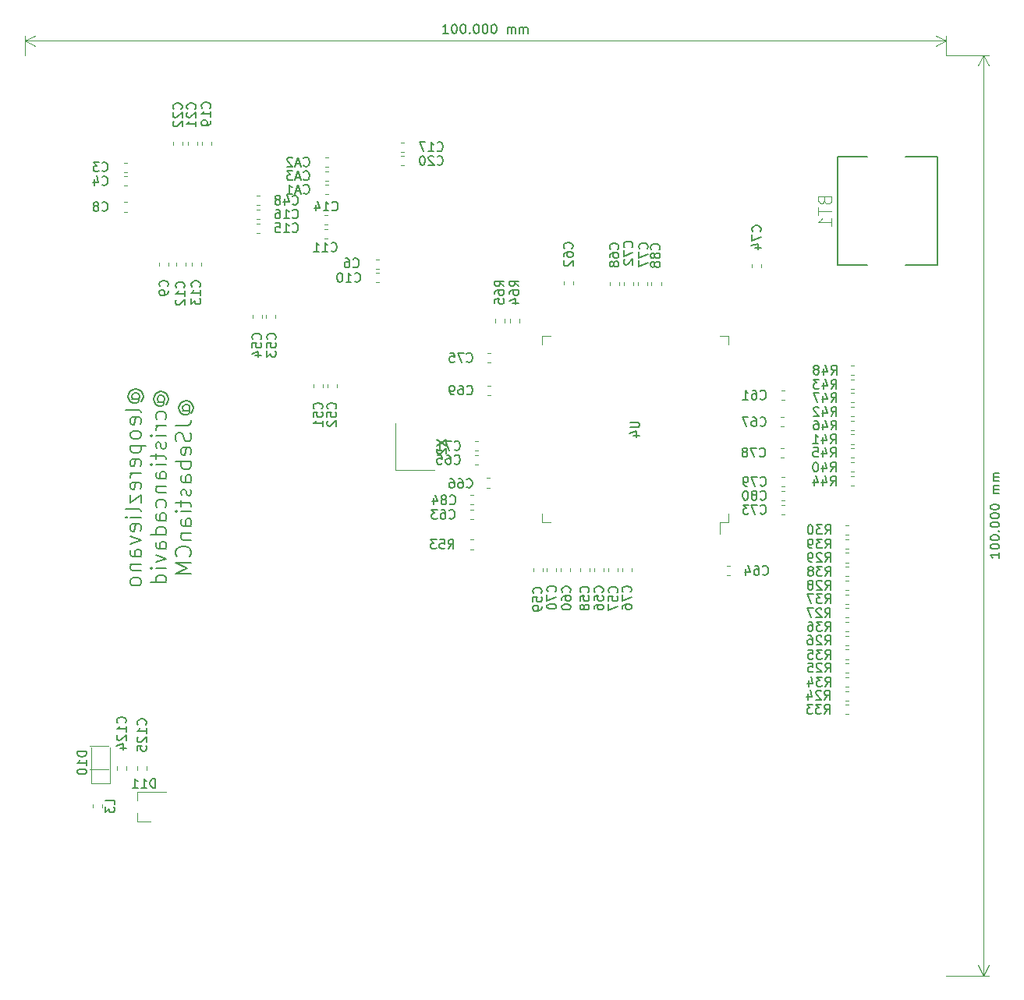
<source format=gbr>
G04 #@! TF.GenerationSoftware,KiCad,Pcbnew,5.1.0-unknown-ef3f773~94~ubuntu18.04.1*
G04 #@! TF.CreationDate,2019-06-07T10:46:44-05:00*
G04 #@! TF.ProjectId,shield_SDR_UN,73686965-6c64-45f5-9344-525f554e2e6b,rev?*
G04 #@! TF.SameCoordinates,Original*
G04 #@! TF.FileFunction,Legend,Bot*
G04 #@! TF.FilePolarity,Positive*
%FSLAX46Y46*%
G04 Gerber Fmt 4.6, Leading zero omitted, Abs format (unit mm)*
G04 Created by KiCad (PCBNEW 5.1.0-unknown-ef3f773~94~ubuntu18.04.1) date 2019-06-07 10:46:44*
%MOMM*%
%LPD*%
G04 APERTURE LIST*
%ADD10C,0.190000*%
%ADD11C,0.150000*%
%ADD12C,0.120000*%
%ADD13C,0.127000*%
%ADD14C,0.050000*%
G04 APERTURE END LIST*
D10*
X77219523Y-75447619D02*
X77138571Y-75366666D01*
X77057619Y-75204761D01*
X77057619Y-75042857D01*
X77138571Y-74880952D01*
X77219523Y-74800000D01*
X77381428Y-74719047D01*
X77543333Y-74719047D01*
X77705238Y-74800000D01*
X77786190Y-74880952D01*
X77867142Y-75042857D01*
X77867142Y-75204761D01*
X77786190Y-75366666D01*
X77705238Y-75447619D01*
X77057619Y-75447619D02*
X77705238Y-75447619D01*
X77786190Y-75528571D01*
X77786190Y-75609523D01*
X77705238Y-75771428D01*
X77543333Y-75852380D01*
X77138571Y-75852380D01*
X76895714Y-75690476D01*
X76733809Y-75447619D01*
X76652857Y-75123809D01*
X76733809Y-74800000D01*
X76895714Y-74557142D01*
X77138571Y-74395238D01*
X77462380Y-74314285D01*
X77786190Y-74395238D01*
X78029047Y-74557142D01*
X78190952Y-74800000D01*
X78271904Y-75123809D01*
X78190952Y-75447619D01*
X78029047Y-75690476D01*
X78029047Y-76823809D02*
X77948095Y-76661904D01*
X77786190Y-76580952D01*
X76329047Y-76580952D01*
X77948095Y-78119047D02*
X78029047Y-77957142D01*
X78029047Y-77633333D01*
X77948095Y-77471428D01*
X77786190Y-77390476D01*
X77138571Y-77390476D01*
X76976666Y-77471428D01*
X76895714Y-77633333D01*
X76895714Y-77957142D01*
X76976666Y-78119047D01*
X77138571Y-78200000D01*
X77300476Y-78200000D01*
X77462380Y-77390476D01*
X78029047Y-79171428D02*
X77948095Y-79009523D01*
X77867142Y-78928571D01*
X77705238Y-78847619D01*
X77219523Y-78847619D01*
X77057619Y-78928571D01*
X76976666Y-79009523D01*
X76895714Y-79171428D01*
X76895714Y-79414285D01*
X76976666Y-79576190D01*
X77057619Y-79657142D01*
X77219523Y-79738095D01*
X77705238Y-79738095D01*
X77867142Y-79657142D01*
X77948095Y-79576190D01*
X78029047Y-79414285D01*
X78029047Y-79171428D01*
X76895714Y-80466666D02*
X78595714Y-80466666D01*
X76976666Y-80466666D02*
X76895714Y-80628571D01*
X76895714Y-80952380D01*
X76976666Y-81114285D01*
X77057619Y-81195238D01*
X77219523Y-81276190D01*
X77705238Y-81276190D01*
X77867142Y-81195238D01*
X77948095Y-81114285D01*
X78029047Y-80952380D01*
X78029047Y-80628571D01*
X77948095Y-80466666D01*
X77948095Y-82652380D02*
X78029047Y-82490476D01*
X78029047Y-82166666D01*
X77948095Y-82004761D01*
X77786190Y-81923809D01*
X77138571Y-81923809D01*
X76976666Y-82004761D01*
X76895714Y-82166666D01*
X76895714Y-82490476D01*
X76976666Y-82652380D01*
X77138571Y-82733333D01*
X77300476Y-82733333D01*
X77462380Y-81923809D01*
X78029047Y-83461904D02*
X76895714Y-83461904D01*
X77219523Y-83461904D02*
X77057619Y-83542857D01*
X76976666Y-83623809D01*
X76895714Y-83785714D01*
X76895714Y-83947619D01*
X77948095Y-85161904D02*
X78029047Y-85000000D01*
X78029047Y-84676190D01*
X77948095Y-84514285D01*
X77786190Y-84433333D01*
X77138571Y-84433333D01*
X76976666Y-84514285D01*
X76895714Y-84676190D01*
X76895714Y-85000000D01*
X76976666Y-85161904D01*
X77138571Y-85242857D01*
X77300476Y-85242857D01*
X77462380Y-84433333D01*
X76895714Y-85809523D02*
X76895714Y-86700000D01*
X78029047Y-85809523D01*
X78029047Y-86700000D01*
X78029047Y-87590476D02*
X77948095Y-87428571D01*
X77786190Y-87347619D01*
X76329047Y-87347619D01*
X78029047Y-88238095D02*
X76895714Y-88238095D01*
X76329047Y-88238095D02*
X76410000Y-88157142D01*
X76490952Y-88238095D01*
X76410000Y-88319047D01*
X76329047Y-88238095D01*
X76490952Y-88238095D01*
X77948095Y-89695238D02*
X78029047Y-89533333D01*
X78029047Y-89209523D01*
X77948095Y-89047619D01*
X77786190Y-88966666D01*
X77138571Y-88966666D01*
X76976666Y-89047619D01*
X76895714Y-89209523D01*
X76895714Y-89533333D01*
X76976666Y-89695238D01*
X77138571Y-89776190D01*
X77300476Y-89776190D01*
X77462380Y-88966666D01*
X76895714Y-90342857D02*
X78029047Y-90747619D01*
X76895714Y-91152380D01*
X78029047Y-92528571D02*
X77138571Y-92528571D01*
X76976666Y-92447619D01*
X76895714Y-92285714D01*
X76895714Y-91961904D01*
X76976666Y-91800000D01*
X77948095Y-92528571D02*
X78029047Y-92366666D01*
X78029047Y-91961904D01*
X77948095Y-91800000D01*
X77786190Y-91719047D01*
X77624285Y-91719047D01*
X77462380Y-91800000D01*
X77381428Y-91961904D01*
X77381428Y-92366666D01*
X77300476Y-92528571D01*
X76895714Y-93338095D02*
X78029047Y-93338095D01*
X77057619Y-93338095D02*
X76976666Y-93419047D01*
X76895714Y-93580952D01*
X76895714Y-93823809D01*
X76976666Y-93985714D01*
X77138571Y-94066666D01*
X78029047Y-94066666D01*
X78029047Y-95119047D02*
X77948095Y-94957142D01*
X77867142Y-94876190D01*
X77705238Y-94795238D01*
X77219523Y-94795238D01*
X77057619Y-94876190D01*
X76976666Y-94957142D01*
X76895714Y-95119047D01*
X76895714Y-95361904D01*
X76976666Y-95523809D01*
X77057619Y-95604761D01*
X77219523Y-95685714D01*
X77705238Y-95685714D01*
X77867142Y-95604761D01*
X77948095Y-95523809D01*
X78029047Y-95361904D01*
X78029047Y-95119047D01*
X79959523Y-75730952D02*
X79878571Y-75650000D01*
X79797619Y-75488095D01*
X79797619Y-75326190D01*
X79878571Y-75164285D01*
X79959523Y-75083333D01*
X80121428Y-75002380D01*
X80283333Y-75002380D01*
X80445238Y-75083333D01*
X80526190Y-75164285D01*
X80607142Y-75326190D01*
X80607142Y-75488095D01*
X80526190Y-75650000D01*
X80445238Y-75730952D01*
X79797619Y-75730952D02*
X80445238Y-75730952D01*
X80526190Y-75811904D01*
X80526190Y-75892857D01*
X80445238Y-76054761D01*
X80283333Y-76135714D01*
X79878571Y-76135714D01*
X79635714Y-75973809D01*
X79473809Y-75730952D01*
X79392857Y-75407142D01*
X79473809Y-75083333D01*
X79635714Y-74840476D01*
X79878571Y-74678571D01*
X80202380Y-74597619D01*
X80526190Y-74678571D01*
X80769047Y-74840476D01*
X80930952Y-75083333D01*
X81011904Y-75407142D01*
X80930952Y-75730952D01*
X80769047Y-75973809D01*
X80688095Y-77592857D02*
X80769047Y-77430952D01*
X80769047Y-77107142D01*
X80688095Y-76945238D01*
X80607142Y-76864285D01*
X80445238Y-76783333D01*
X79959523Y-76783333D01*
X79797619Y-76864285D01*
X79716666Y-76945238D01*
X79635714Y-77107142D01*
X79635714Y-77430952D01*
X79716666Y-77592857D01*
X80769047Y-78321428D02*
X79635714Y-78321428D01*
X79959523Y-78321428D02*
X79797619Y-78402380D01*
X79716666Y-78483333D01*
X79635714Y-78645238D01*
X79635714Y-78807142D01*
X80769047Y-79373809D02*
X79635714Y-79373809D01*
X79069047Y-79373809D02*
X79150000Y-79292857D01*
X79230952Y-79373809D01*
X79150000Y-79454761D01*
X79069047Y-79373809D01*
X79230952Y-79373809D01*
X80688095Y-80102380D02*
X80769047Y-80264285D01*
X80769047Y-80588095D01*
X80688095Y-80750000D01*
X80526190Y-80830952D01*
X80445238Y-80830952D01*
X80283333Y-80750000D01*
X80202380Y-80588095D01*
X80202380Y-80345238D01*
X80121428Y-80183333D01*
X79959523Y-80102380D01*
X79878571Y-80102380D01*
X79716666Y-80183333D01*
X79635714Y-80345238D01*
X79635714Y-80588095D01*
X79716666Y-80750000D01*
X79635714Y-81316666D02*
X79635714Y-81964285D01*
X79069047Y-81559523D02*
X80526190Y-81559523D01*
X80688095Y-81640476D01*
X80769047Y-81802380D01*
X80769047Y-81964285D01*
X80769047Y-82530952D02*
X79635714Y-82530952D01*
X79069047Y-82530952D02*
X79150000Y-82450000D01*
X79230952Y-82530952D01*
X79150000Y-82611904D01*
X79069047Y-82530952D01*
X79230952Y-82530952D01*
X80769047Y-84069047D02*
X79878571Y-84069047D01*
X79716666Y-83988095D01*
X79635714Y-83826190D01*
X79635714Y-83502380D01*
X79716666Y-83340476D01*
X80688095Y-84069047D02*
X80769047Y-83907142D01*
X80769047Y-83502380D01*
X80688095Y-83340476D01*
X80526190Y-83259523D01*
X80364285Y-83259523D01*
X80202380Y-83340476D01*
X80121428Y-83502380D01*
X80121428Y-83907142D01*
X80040476Y-84069047D01*
X79635714Y-84878571D02*
X80769047Y-84878571D01*
X79797619Y-84878571D02*
X79716666Y-84959523D01*
X79635714Y-85121428D01*
X79635714Y-85364285D01*
X79716666Y-85526190D01*
X79878571Y-85607142D01*
X80769047Y-85607142D01*
X80688095Y-87145238D02*
X80769047Y-86983333D01*
X80769047Y-86659523D01*
X80688095Y-86497619D01*
X80607142Y-86416666D01*
X80445238Y-86335714D01*
X79959523Y-86335714D01*
X79797619Y-86416666D01*
X79716666Y-86497619D01*
X79635714Y-86659523D01*
X79635714Y-86983333D01*
X79716666Y-87145238D01*
X80769047Y-88602380D02*
X79878571Y-88602380D01*
X79716666Y-88521428D01*
X79635714Y-88359523D01*
X79635714Y-88035714D01*
X79716666Y-87873809D01*
X80688095Y-88602380D02*
X80769047Y-88440476D01*
X80769047Y-88035714D01*
X80688095Y-87873809D01*
X80526190Y-87792857D01*
X80364285Y-87792857D01*
X80202380Y-87873809D01*
X80121428Y-88035714D01*
X80121428Y-88440476D01*
X80040476Y-88602380D01*
X80769047Y-90140476D02*
X79069047Y-90140476D01*
X80688095Y-90140476D02*
X80769047Y-89978571D01*
X80769047Y-89654761D01*
X80688095Y-89492857D01*
X80607142Y-89411904D01*
X80445238Y-89330952D01*
X79959523Y-89330952D01*
X79797619Y-89411904D01*
X79716666Y-89492857D01*
X79635714Y-89654761D01*
X79635714Y-89978571D01*
X79716666Y-90140476D01*
X80769047Y-91678571D02*
X79878571Y-91678571D01*
X79716666Y-91597619D01*
X79635714Y-91435714D01*
X79635714Y-91111904D01*
X79716666Y-90950000D01*
X80688095Y-91678571D02*
X80769047Y-91516666D01*
X80769047Y-91111904D01*
X80688095Y-90950000D01*
X80526190Y-90869047D01*
X80364285Y-90869047D01*
X80202380Y-90950000D01*
X80121428Y-91111904D01*
X80121428Y-91516666D01*
X80040476Y-91678571D01*
X79635714Y-92326190D02*
X80769047Y-92730952D01*
X79635714Y-93135714D01*
X80769047Y-93783333D02*
X79635714Y-93783333D01*
X79069047Y-93783333D02*
X79150000Y-93702380D01*
X79230952Y-93783333D01*
X79150000Y-93864285D01*
X79069047Y-93783333D01*
X79230952Y-93783333D01*
X80769047Y-95321428D02*
X79069047Y-95321428D01*
X80688095Y-95321428D02*
X80769047Y-95159523D01*
X80769047Y-94835714D01*
X80688095Y-94673809D01*
X80607142Y-94592857D01*
X80445238Y-94511904D01*
X79959523Y-94511904D01*
X79797619Y-94592857D01*
X79716666Y-94673809D01*
X79635714Y-94835714D01*
X79635714Y-95159523D01*
X79716666Y-95321428D01*
X82699523Y-76702380D02*
X82618571Y-76621428D01*
X82537619Y-76459523D01*
X82537619Y-76297619D01*
X82618571Y-76135714D01*
X82699523Y-76054761D01*
X82861428Y-75973809D01*
X83023333Y-75973809D01*
X83185238Y-76054761D01*
X83266190Y-76135714D01*
X83347142Y-76297619D01*
X83347142Y-76459523D01*
X83266190Y-76621428D01*
X83185238Y-76702380D01*
X82537619Y-76702380D02*
X83185238Y-76702380D01*
X83266190Y-76783333D01*
X83266190Y-76864285D01*
X83185238Y-77026190D01*
X83023333Y-77107142D01*
X82618571Y-77107142D01*
X82375714Y-76945238D01*
X82213809Y-76702380D01*
X82132857Y-76378571D01*
X82213809Y-76054761D01*
X82375714Y-75811904D01*
X82618571Y-75650000D01*
X82942380Y-75569047D01*
X83266190Y-75650000D01*
X83509047Y-75811904D01*
X83670952Y-76054761D01*
X83751904Y-76378571D01*
X83670952Y-76702380D01*
X83509047Y-76945238D01*
X81809047Y-78321428D02*
X83023333Y-78321428D01*
X83266190Y-78240476D01*
X83428095Y-78078571D01*
X83509047Y-77835714D01*
X83509047Y-77673809D01*
X83428095Y-79050000D02*
X83509047Y-79292857D01*
X83509047Y-79697619D01*
X83428095Y-79859523D01*
X83347142Y-79940476D01*
X83185238Y-80021428D01*
X83023333Y-80021428D01*
X82861428Y-79940476D01*
X82780476Y-79859523D01*
X82699523Y-79697619D01*
X82618571Y-79373809D01*
X82537619Y-79211904D01*
X82456666Y-79130952D01*
X82294761Y-79050000D01*
X82132857Y-79050000D01*
X81970952Y-79130952D01*
X81890000Y-79211904D01*
X81809047Y-79373809D01*
X81809047Y-79778571D01*
X81890000Y-80021428D01*
X83428095Y-81397619D02*
X83509047Y-81235714D01*
X83509047Y-80911904D01*
X83428095Y-80750000D01*
X83266190Y-80669047D01*
X82618571Y-80669047D01*
X82456666Y-80750000D01*
X82375714Y-80911904D01*
X82375714Y-81235714D01*
X82456666Y-81397619D01*
X82618571Y-81478571D01*
X82780476Y-81478571D01*
X82942380Y-80669047D01*
X83509047Y-82207142D02*
X81809047Y-82207142D01*
X82456666Y-82207142D02*
X82375714Y-82369047D01*
X82375714Y-82692857D01*
X82456666Y-82854761D01*
X82537619Y-82935714D01*
X82699523Y-83016666D01*
X83185238Y-83016666D01*
X83347142Y-82935714D01*
X83428095Y-82854761D01*
X83509047Y-82692857D01*
X83509047Y-82369047D01*
X83428095Y-82207142D01*
X83509047Y-84473809D02*
X82618571Y-84473809D01*
X82456666Y-84392857D01*
X82375714Y-84230952D01*
X82375714Y-83907142D01*
X82456666Y-83745238D01*
X83428095Y-84473809D02*
X83509047Y-84311904D01*
X83509047Y-83907142D01*
X83428095Y-83745238D01*
X83266190Y-83664285D01*
X83104285Y-83664285D01*
X82942380Y-83745238D01*
X82861428Y-83907142D01*
X82861428Y-84311904D01*
X82780476Y-84473809D01*
X83428095Y-85202380D02*
X83509047Y-85364285D01*
X83509047Y-85688095D01*
X83428095Y-85850000D01*
X83266190Y-85930952D01*
X83185238Y-85930952D01*
X83023333Y-85850000D01*
X82942380Y-85688095D01*
X82942380Y-85445238D01*
X82861428Y-85283333D01*
X82699523Y-85202380D01*
X82618571Y-85202380D01*
X82456666Y-85283333D01*
X82375714Y-85445238D01*
X82375714Y-85688095D01*
X82456666Y-85850000D01*
X82375714Y-86416666D02*
X82375714Y-87064285D01*
X81809047Y-86659523D02*
X83266190Y-86659523D01*
X83428095Y-86740476D01*
X83509047Y-86902380D01*
X83509047Y-87064285D01*
X83509047Y-87630952D02*
X82375714Y-87630952D01*
X81809047Y-87630952D02*
X81890000Y-87550000D01*
X81970952Y-87630952D01*
X81890000Y-87711904D01*
X81809047Y-87630952D01*
X81970952Y-87630952D01*
X83509047Y-89169047D02*
X82618571Y-89169047D01*
X82456666Y-89088095D01*
X82375714Y-88926190D01*
X82375714Y-88602380D01*
X82456666Y-88440476D01*
X83428095Y-89169047D02*
X83509047Y-89007142D01*
X83509047Y-88602380D01*
X83428095Y-88440476D01*
X83266190Y-88359523D01*
X83104285Y-88359523D01*
X82942380Y-88440476D01*
X82861428Y-88602380D01*
X82861428Y-89007142D01*
X82780476Y-89169047D01*
X82375714Y-89978571D02*
X83509047Y-89978571D01*
X82537619Y-89978571D02*
X82456666Y-90059523D01*
X82375714Y-90221428D01*
X82375714Y-90464285D01*
X82456666Y-90626190D01*
X82618571Y-90707142D01*
X83509047Y-90707142D01*
X83347142Y-92488095D02*
X83428095Y-92407142D01*
X83509047Y-92164285D01*
X83509047Y-92002380D01*
X83428095Y-91759523D01*
X83266190Y-91597619D01*
X83104285Y-91516666D01*
X82780476Y-91435714D01*
X82537619Y-91435714D01*
X82213809Y-91516666D01*
X82051904Y-91597619D01*
X81890000Y-91759523D01*
X81809047Y-92002380D01*
X81809047Y-92164285D01*
X81890000Y-92407142D01*
X81970952Y-92488095D01*
X83509047Y-93216666D02*
X81809047Y-93216666D01*
X83023333Y-93783333D01*
X81809047Y-94350000D01*
X83509047Y-94350000D01*
D11*
X111392380Y-35682380D02*
X110820952Y-35682380D01*
X111106666Y-35682380D02*
X111106666Y-34682380D01*
X111011428Y-34825238D01*
X110916190Y-34920476D01*
X110820952Y-34968095D01*
X112011428Y-34682380D02*
X112106666Y-34682380D01*
X112201904Y-34730000D01*
X112249523Y-34777619D01*
X112297142Y-34872857D01*
X112344761Y-35063333D01*
X112344761Y-35301428D01*
X112297142Y-35491904D01*
X112249523Y-35587142D01*
X112201904Y-35634761D01*
X112106666Y-35682380D01*
X112011428Y-35682380D01*
X111916190Y-35634761D01*
X111868571Y-35587142D01*
X111820952Y-35491904D01*
X111773333Y-35301428D01*
X111773333Y-35063333D01*
X111820952Y-34872857D01*
X111868571Y-34777619D01*
X111916190Y-34730000D01*
X112011428Y-34682380D01*
X112963809Y-34682380D02*
X113059047Y-34682380D01*
X113154285Y-34730000D01*
X113201904Y-34777619D01*
X113249523Y-34872857D01*
X113297142Y-35063333D01*
X113297142Y-35301428D01*
X113249523Y-35491904D01*
X113201904Y-35587142D01*
X113154285Y-35634761D01*
X113059047Y-35682380D01*
X112963809Y-35682380D01*
X112868571Y-35634761D01*
X112820952Y-35587142D01*
X112773333Y-35491904D01*
X112725714Y-35301428D01*
X112725714Y-35063333D01*
X112773333Y-34872857D01*
X112820952Y-34777619D01*
X112868571Y-34730000D01*
X112963809Y-34682380D01*
X113725714Y-35587142D02*
X113773333Y-35634761D01*
X113725714Y-35682380D01*
X113678095Y-35634761D01*
X113725714Y-35587142D01*
X113725714Y-35682380D01*
X114392380Y-34682380D02*
X114487619Y-34682380D01*
X114582857Y-34730000D01*
X114630476Y-34777619D01*
X114678095Y-34872857D01*
X114725714Y-35063333D01*
X114725714Y-35301428D01*
X114678095Y-35491904D01*
X114630476Y-35587142D01*
X114582857Y-35634761D01*
X114487619Y-35682380D01*
X114392380Y-35682380D01*
X114297142Y-35634761D01*
X114249523Y-35587142D01*
X114201904Y-35491904D01*
X114154285Y-35301428D01*
X114154285Y-35063333D01*
X114201904Y-34872857D01*
X114249523Y-34777619D01*
X114297142Y-34730000D01*
X114392380Y-34682380D01*
X115344761Y-34682380D02*
X115440000Y-34682380D01*
X115535238Y-34730000D01*
X115582857Y-34777619D01*
X115630476Y-34872857D01*
X115678095Y-35063333D01*
X115678095Y-35301428D01*
X115630476Y-35491904D01*
X115582857Y-35587142D01*
X115535238Y-35634761D01*
X115440000Y-35682380D01*
X115344761Y-35682380D01*
X115249523Y-35634761D01*
X115201904Y-35587142D01*
X115154285Y-35491904D01*
X115106666Y-35301428D01*
X115106666Y-35063333D01*
X115154285Y-34872857D01*
X115201904Y-34777619D01*
X115249523Y-34730000D01*
X115344761Y-34682380D01*
X116297142Y-34682380D02*
X116392380Y-34682380D01*
X116487619Y-34730000D01*
X116535238Y-34777619D01*
X116582857Y-34872857D01*
X116630476Y-35063333D01*
X116630476Y-35301428D01*
X116582857Y-35491904D01*
X116535238Y-35587142D01*
X116487619Y-35634761D01*
X116392380Y-35682380D01*
X116297142Y-35682380D01*
X116201904Y-35634761D01*
X116154285Y-35587142D01*
X116106666Y-35491904D01*
X116059047Y-35301428D01*
X116059047Y-35063333D01*
X116106666Y-34872857D01*
X116154285Y-34777619D01*
X116201904Y-34730000D01*
X116297142Y-34682380D01*
X117820952Y-35682380D02*
X117820952Y-35015714D01*
X117820952Y-35110952D02*
X117868571Y-35063333D01*
X117963809Y-35015714D01*
X118106666Y-35015714D01*
X118201904Y-35063333D01*
X118249523Y-35158571D01*
X118249523Y-35682380D01*
X118249523Y-35158571D02*
X118297142Y-35063333D01*
X118392380Y-35015714D01*
X118535238Y-35015714D01*
X118630476Y-35063333D01*
X118678095Y-35158571D01*
X118678095Y-35682380D01*
X119154285Y-35682380D02*
X119154285Y-35015714D01*
X119154285Y-35110952D02*
X119201904Y-35063333D01*
X119297142Y-35015714D01*
X119440000Y-35015714D01*
X119535238Y-35063333D01*
X119582857Y-35158571D01*
X119582857Y-35682380D01*
X119582857Y-35158571D02*
X119630476Y-35063333D01*
X119725714Y-35015714D01*
X119868571Y-35015714D01*
X119963809Y-35063333D01*
X120011428Y-35158571D01*
X120011428Y-35682380D01*
D12*
X165440000Y-36500000D02*
X65440000Y-36500000D01*
X165440000Y-38040000D02*
X165440000Y-35913579D01*
X65440000Y-38040000D02*
X65440000Y-35913579D01*
X65440000Y-36500000D02*
X66566504Y-35913579D01*
X65440000Y-36500000D02*
X66566504Y-37086421D01*
X165440000Y-36500000D02*
X164313496Y-35913579D01*
X165440000Y-36500000D02*
X164313496Y-37086421D01*
D11*
X171222380Y-92087619D02*
X171222380Y-92659047D01*
X171222380Y-92373333D02*
X170222380Y-92373333D01*
X170365238Y-92468571D01*
X170460476Y-92563809D01*
X170508095Y-92659047D01*
X170222380Y-91468571D02*
X170222380Y-91373333D01*
X170270000Y-91278095D01*
X170317619Y-91230476D01*
X170412857Y-91182857D01*
X170603333Y-91135238D01*
X170841428Y-91135238D01*
X171031904Y-91182857D01*
X171127142Y-91230476D01*
X171174761Y-91278095D01*
X171222380Y-91373333D01*
X171222380Y-91468571D01*
X171174761Y-91563809D01*
X171127142Y-91611428D01*
X171031904Y-91659047D01*
X170841428Y-91706666D01*
X170603333Y-91706666D01*
X170412857Y-91659047D01*
X170317619Y-91611428D01*
X170270000Y-91563809D01*
X170222380Y-91468571D01*
X170222380Y-90516190D02*
X170222380Y-90420952D01*
X170270000Y-90325714D01*
X170317619Y-90278095D01*
X170412857Y-90230476D01*
X170603333Y-90182857D01*
X170841428Y-90182857D01*
X171031904Y-90230476D01*
X171127142Y-90278095D01*
X171174761Y-90325714D01*
X171222380Y-90420952D01*
X171222380Y-90516190D01*
X171174761Y-90611428D01*
X171127142Y-90659047D01*
X171031904Y-90706666D01*
X170841428Y-90754285D01*
X170603333Y-90754285D01*
X170412857Y-90706666D01*
X170317619Y-90659047D01*
X170270000Y-90611428D01*
X170222380Y-90516190D01*
X171127142Y-89754285D02*
X171174761Y-89706666D01*
X171222380Y-89754285D01*
X171174761Y-89801904D01*
X171127142Y-89754285D01*
X171222380Y-89754285D01*
X170222380Y-89087619D02*
X170222380Y-88992380D01*
X170270000Y-88897142D01*
X170317619Y-88849523D01*
X170412857Y-88801904D01*
X170603333Y-88754285D01*
X170841428Y-88754285D01*
X171031904Y-88801904D01*
X171127142Y-88849523D01*
X171174761Y-88897142D01*
X171222380Y-88992380D01*
X171222380Y-89087619D01*
X171174761Y-89182857D01*
X171127142Y-89230476D01*
X171031904Y-89278095D01*
X170841428Y-89325714D01*
X170603333Y-89325714D01*
X170412857Y-89278095D01*
X170317619Y-89230476D01*
X170270000Y-89182857D01*
X170222380Y-89087619D01*
X170222380Y-88135238D02*
X170222380Y-88040000D01*
X170270000Y-87944761D01*
X170317619Y-87897142D01*
X170412857Y-87849523D01*
X170603333Y-87801904D01*
X170841428Y-87801904D01*
X171031904Y-87849523D01*
X171127142Y-87897142D01*
X171174761Y-87944761D01*
X171222380Y-88040000D01*
X171222380Y-88135238D01*
X171174761Y-88230476D01*
X171127142Y-88278095D01*
X171031904Y-88325714D01*
X170841428Y-88373333D01*
X170603333Y-88373333D01*
X170412857Y-88325714D01*
X170317619Y-88278095D01*
X170270000Y-88230476D01*
X170222380Y-88135238D01*
X170222380Y-87182857D02*
X170222380Y-87087619D01*
X170270000Y-86992380D01*
X170317619Y-86944761D01*
X170412857Y-86897142D01*
X170603333Y-86849523D01*
X170841428Y-86849523D01*
X171031904Y-86897142D01*
X171127142Y-86944761D01*
X171174761Y-86992380D01*
X171222380Y-87087619D01*
X171222380Y-87182857D01*
X171174761Y-87278095D01*
X171127142Y-87325714D01*
X171031904Y-87373333D01*
X170841428Y-87420952D01*
X170603333Y-87420952D01*
X170412857Y-87373333D01*
X170317619Y-87325714D01*
X170270000Y-87278095D01*
X170222380Y-87182857D01*
X171222380Y-85659047D02*
X170555714Y-85659047D01*
X170650952Y-85659047D02*
X170603333Y-85611428D01*
X170555714Y-85516190D01*
X170555714Y-85373333D01*
X170603333Y-85278095D01*
X170698571Y-85230476D01*
X171222380Y-85230476D01*
X170698571Y-85230476D02*
X170603333Y-85182857D01*
X170555714Y-85087619D01*
X170555714Y-84944761D01*
X170603333Y-84849523D01*
X170698571Y-84801904D01*
X171222380Y-84801904D01*
X171222380Y-84325714D02*
X170555714Y-84325714D01*
X170650952Y-84325714D02*
X170603333Y-84278095D01*
X170555714Y-84182857D01*
X170555714Y-84040000D01*
X170603333Y-83944761D01*
X170698571Y-83897142D01*
X171222380Y-83897142D01*
X170698571Y-83897142D02*
X170603333Y-83849523D01*
X170555714Y-83754285D01*
X170555714Y-83611428D01*
X170603333Y-83516190D01*
X170698571Y-83468571D01*
X171222380Y-83468571D01*
D12*
X169500000Y-138040000D02*
X169500000Y-38040000D01*
X165440000Y-138040000D02*
X170086421Y-138040000D01*
X165440000Y-38040000D02*
X170086421Y-38040000D01*
X169500000Y-38040000D02*
X170086421Y-39166504D01*
X169500000Y-38040000D02*
X168913579Y-39166504D01*
X169500000Y-138040000D02*
X170086421Y-136913496D01*
X169500000Y-138040000D02*
X168913579Y-136913496D01*
X74470000Y-113050000D02*
X72470000Y-113050000D01*
X72470000Y-115600000D02*
X74470000Y-115600000D01*
X116480000Y-67071267D02*
X116480000Y-66728733D01*
X117500000Y-67071267D02*
X117500000Y-66728733D01*
X118090000Y-67071267D02*
X118090000Y-66728733D01*
X119110000Y-67071267D02*
X119110000Y-66728733D01*
X115916267Y-85020000D02*
X115573733Y-85020000D01*
X115916267Y-84000000D02*
X115573733Y-84000000D01*
X140842000Y-88785000D02*
X140842000Y-90075000D01*
X141792000Y-88785000D02*
X140842000Y-88785000D01*
X141792000Y-87835000D02*
X141792000Y-88785000D01*
X141792000Y-68565000D02*
X140842000Y-68565000D01*
X141792000Y-69515000D02*
X141792000Y-68565000D01*
X121572000Y-88785000D02*
X122522000Y-88785000D01*
X121572000Y-87835000D02*
X121572000Y-88785000D01*
X121572000Y-68565000D02*
X122522000Y-68565000D01*
X121572000Y-69515000D02*
X121572000Y-68565000D01*
X81540000Y-47811267D02*
X81540000Y-47468733D01*
X82560000Y-47811267D02*
X82560000Y-47468733D01*
X83140000Y-47811267D02*
X83140000Y-47468733D01*
X84160000Y-47811267D02*
X84160000Y-47468733D01*
X84640000Y-47811267D02*
X84640000Y-47468733D01*
X85660000Y-47811267D02*
X85660000Y-47468733D01*
X90578733Y-54840000D02*
X90921267Y-54840000D01*
X90578733Y-55860000D02*
X90921267Y-55860000D01*
X90578733Y-56340000D02*
X90921267Y-56340000D01*
X90578733Y-57360000D02*
X90921267Y-57360000D01*
X84560000Y-60568733D02*
X84560000Y-60911267D01*
X83540000Y-60568733D02*
X83540000Y-60911267D01*
X82860000Y-60568733D02*
X82860000Y-60911267D01*
X81840000Y-60568733D02*
X81840000Y-60911267D01*
X81060000Y-60568733D02*
X81060000Y-60911267D01*
X80040000Y-60568733D02*
X80040000Y-60911267D01*
X76521267Y-55050000D02*
X76178733Y-55050000D01*
X76521267Y-54030000D02*
X76178733Y-54030000D01*
X76521267Y-52250000D02*
X76178733Y-52250000D01*
X76521267Y-51230000D02*
X76178733Y-51230000D01*
X147533733Y-85410000D02*
X147876267Y-85410000D01*
X147533733Y-86430000D02*
X147876267Y-86430000D01*
X147533733Y-83880000D02*
X147876267Y-83880000D01*
X147533733Y-84900000D02*
X147876267Y-84900000D01*
X147453733Y-80730000D02*
X147796267Y-80730000D01*
X147453733Y-81750000D02*
X147796267Y-81750000D01*
X131960000Y-63021267D02*
X131960000Y-62678733D01*
X132980000Y-63021267D02*
X132980000Y-62678733D01*
X131290000Y-93793733D02*
X131290000Y-94136267D01*
X130270000Y-93793733D02*
X130270000Y-94136267D01*
X116021267Y-71430000D02*
X115678733Y-71430000D01*
X116021267Y-70410000D02*
X115678733Y-70410000D01*
X144350000Y-61081267D02*
X144350000Y-60738733D01*
X145370000Y-61081267D02*
X145370000Y-60738733D01*
X147543733Y-86940000D02*
X147886267Y-86940000D01*
X147543733Y-87960000D02*
X147886267Y-87960000D01*
X130440000Y-63011267D02*
X130440000Y-62668733D01*
X131460000Y-63011267D02*
X131460000Y-62668733D01*
X114669267Y-81040000D02*
X114326733Y-81040000D01*
X114669267Y-80020000D02*
X114326733Y-80020000D01*
X123140000Y-93773733D02*
X123140000Y-94116267D01*
X122120000Y-93773733D02*
X122120000Y-94116267D01*
X116011267Y-74950000D02*
X115668733Y-74950000D01*
X116011267Y-73930000D02*
X115668733Y-73930000D01*
X128930000Y-63016267D02*
X128930000Y-62673733D01*
X129950000Y-63016267D02*
X129950000Y-62673733D01*
X147513733Y-77390000D02*
X147856267Y-77390000D01*
X147513733Y-78410000D02*
X147856267Y-78410000D01*
X114659267Y-82560000D02*
X114316733Y-82560000D01*
X114659267Y-81540000D02*
X114316733Y-81540000D01*
X141678733Y-93530000D02*
X142021267Y-93530000D01*
X141678733Y-94550000D02*
X142021267Y-94550000D01*
X114146267Y-88450000D02*
X113803733Y-88450000D01*
X114146267Y-87430000D02*
X113803733Y-87430000D01*
X123980000Y-62931267D02*
X123980000Y-62588733D01*
X125000000Y-62931267D02*
X125000000Y-62588733D01*
X147533733Y-74490000D02*
X147876267Y-74490000D01*
X147533733Y-75510000D02*
X147876267Y-75510000D01*
X124650000Y-93773733D02*
X124650000Y-94116267D01*
X123630000Y-93773733D02*
X123630000Y-94116267D01*
X121630000Y-93808733D02*
X121630000Y-94151267D01*
X120610000Y-93808733D02*
X120610000Y-94151267D01*
X126770000Y-93768733D02*
X126770000Y-94111267D01*
X125750000Y-93768733D02*
X125750000Y-94111267D01*
X129796000Y-93789733D02*
X129796000Y-94132267D01*
X128776000Y-93789733D02*
X128776000Y-94132267D01*
X128280000Y-93768733D02*
X128280000Y-94111267D01*
X127260000Y-93768733D02*
X127260000Y-94111267D01*
X74670000Y-117150000D02*
X74670000Y-113250000D01*
X72670000Y-117150000D02*
X72670000Y-113250000D01*
X74670000Y-117150000D02*
X72670000Y-117150000D01*
X105645000Y-83155000D02*
X105645000Y-78055000D01*
X109895000Y-83155000D02*
X105645000Y-83155000D01*
X114121267Y-91710000D02*
X113778733Y-91710000D01*
X114121267Y-90690000D02*
X113778733Y-90690000D01*
X155113733Y-71750000D02*
X155456267Y-71750000D01*
X155113733Y-72770000D02*
X155456267Y-72770000D01*
X155113733Y-74770000D02*
X155456267Y-74770000D01*
X155113733Y-75790000D02*
X155456267Y-75790000D01*
X155103733Y-77770000D02*
X155446267Y-77770000D01*
X155103733Y-78790000D02*
X155446267Y-78790000D01*
X155093733Y-80760000D02*
X155436267Y-80760000D01*
X155093733Y-81780000D02*
X155436267Y-81780000D01*
X155068733Y-83780000D02*
X155411267Y-83780000D01*
X155068733Y-84800000D02*
X155411267Y-84800000D01*
X155456267Y-74280000D02*
X155113733Y-74280000D01*
X155456267Y-73260000D02*
X155113733Y-73260000D01*
X155446267Y-77290000D02*
X155103733Y-77290000D01*
X155446267Y-76270000D02*
X155103733Y-76270000D01*
X155436267Y-80280000D02*
X155093733Y-80280000D01*
X155436267Y-79260000D02*
X155093733Y-79260000D01*
X155426267Y-83290000D02*
X155083733Y-83290000D01*
X155426267Y-82270000D02*
X155083733Y-82270000D01*
X154493733Y-90630000D02*
X154836267Y-90630000D01*
X154493733Y-91650000D02*
X154836267Y-91650000D01*
X154493733Y-93630000D02*
X154836267Y-93630000D01*
X154493733Y-94650000D02*
X154836267Y-94650000D01*
X154493733Y-96630000D02*
X154836267Y-96630000D01*
X154493733Y-97650000D02*
X154836267Y-97650000D01*
X154483733Y-99630000D02*
X154826267Y-99630000D01*
X154483733Y-100650000D02*
X154826267Y-100650000D01*
X154478733Y-102630000D02*
X154821267Y-102630000D01*
X154478733Y-103650000D02*
X154821267Y-103650000D01*
X154478733Y-105630000D02*
X154821267Y-105630000D01*
X154478733Y-106650000D02*
X154821267Y-106650000D01*
X154478733Y-108630000D02*
X154821267Y-108630000D01*
X154478733Y-109650000D02*
X154821267Y-109650000D01*
X154821267Y-90150000D02*
X154478733Y-90150000D01*
X154821267Y-89130000D02*
X154478733Y-89130000D01*
X154821267Y-93150000D02*
X154478733Y-93150000D01*
X154821267Y-92130000D02*
X154478733Y-92130000D01*
X154821267Y-96150000D02*
X154478733Y-96150000D01*
X154821267Y-95130000D02*
X154478733Y-95130000D01*
X154821267Y-99150000D02*
X154478733Y-99150000D01*
X154821267Y-98130000D02*
X154478733Y-98130000D01*
X154821267Y-102150000D02*
X154478733Y-102150000D01*
X154821267Y-101130000D02*
X154478733Y-101130000D01*
X154821267Y-105150000D02*
X154478733Y-105150000D01*
X154821267Y-104130000D02*
X154478733Y-104130000D01*
X154821267Y-108150000D02*
X154478733Y-108150000D01*
X154821267Y-107130000D02*
X154478733Y-107130000D01*
X72780000Y-119791267D02*
X72780000Y-119448733D01*
X73800000Y-119791267D02*
X73800000Y-119448733D01*
X77620000Y-121260000D02*
X79080000Y-121260000D01*
X77620000Y-118100000D02*
X80780000Y-118100000D01*
X77620000Y-118100000D02*
X77620000Y-119030000D01*
X77620000Y-121260000D02*
X77620000Y-120330000D01*
X98346267Y-51700000D02*
X98003733Y-51700000D01*
X98346267Y-50680000D02*
X98003733Y-50680000D01*
X98346267Y-50200000D02*
X98003733Y-50200000D01*
X98346267Y-49180000D02*
X98003733Y-49180000D01*
X98346267Y-53175000D02*
X98003733Y-53175000D01*
X98346267Y-52155000D02*
X98003733Y-52155000D01*
X77660000Y-115671267D02*
X77660000Y-115328733D01*
X78680000Y-115671267D02*
X78680000Y-115328733D01*
X75460000Y-115671267D02*
X75460000Y-115328733D01*
X76480000Y-115671267D02*
X76480000Y-115328733D01*
X114166267Y-86880000D02*
X113823733Y-86880000D01*
X114166267Y-85860000D02*
X113823733Y-85860000D01*
X91160000Y-66268733D02*
X91160000Y-66611267D01*
X90140000Y-66268733D02*
X90140000Y-66611267D01*
X92660000Y-66268733D02*
X92660000Y-66611267D01*
X91640000Y-66268733D02*
X91640000Y-66611267D01*
X99300000Y-73818733D02*
X99300000Y-74161267D01*
X98280000Y-73818733D02*
X98280000Y-74161267D01*
X97800000Y-73818733D02*
X97800000Y-74161267D01*
X96780000Y-73818733D02*
X96780000Y-74161267D01*
X90921267Y-54360000D02*
X90578733Y-54360000D01*
X90921267Y-53340000D02*
X90578733Y-53340000D01*
X106278733Y-49030000D02*
X106621267Y-49030000D01*
X106278733Y-50050000D02*
X106621267Y-50050000D01*
X106278733Y-47530000D02*
X106621267Y-47530000D01*
X106278733Y-48550000D02*
X106621267Y-48550000D01*
X98321267Y-56450000D02*
X97978733Y-56450000D01*
X98321267Y-55430000D02*
X97978733Y-55430000D01*
X98321267Y-57950000D02*
X97978733Y-57950000D01*
X98321267Y-56930000D02*
X97978733Y-56930000D01*
X103871267Y-62750000D02*
X103528733Y-62750000D01*
X103871267Y-61730000D02*
X103528733Y-61730000D01*
X103871267Y-61275000D02*
X103528733Y-61275000D01*
X103871267Y-60255000D02*
X103528733Y-60255000D01*
X76521267Y-50750000D02*
X76178733Y-50750000D01*
X76521267Y-49730000D02*
X76178733Y-49730000D01*
X133470000Y-63026267D02*
X133470000Y-62683733D01*
X134490000Y-63026267D02*
X134490000Y-62683733D01*
D13*
X153690000Y-49095000D02*
X153690000Y-60825000D01*
X164460000Y-49095000D02*
X161000000Y-49095000D01*
X156900000Y-49095000D02*
X153690000Y-49095000D01*
X153690000Y-60825000D02*
X156900000Y-60825000D01*
X161000000Y-60825000D02*
X164460000Y-60825000D01*
X164460000Y-60825000D02*
X164460000Y-49095000D01*
D11*
X117452380Y-63157142D02*
X116976190Y-62823809D01*
X117452380Y-62585714D02*
X116452380Y-62585714D01*
X116452380Y-62966666D01*
X116500000Y-63061904D01*
X116547619Y-63109523D01*
X116642857Y-63157142D01*
X116785714Y-63157142D01*
X116880952Y-63109523D01*
X116928571Y-63061904D01*
X116976190Y-62966666D01*
X116976190Y-62585714D01*
X116452380Y-64014285D02*
X116452380Y-63823809D01*
X116500000Y-63728571D01*
X116547619Y-63680952D01*
X116690476Y-63585714D01*
X116880952Y-63538095D01*
X117261904Y-63538095D01*
X117357142Y-63585714D01*
X117404761Y-63633333D01*
X117452380Y-63728571D01*
X117452380Y-63919047D01*
X117404761Y-64014285D01*
X117357142Y-64061904D01*
X117261904Y-64109523D01*
X117023809Y-64109523D01*
X116928571Y-64061904D01*
X116880952Y-64014285D01*
X116833333Y-63919047D01*
X116833333Y-63728571D01*
X116880952Y-63633333D01*
X116928571Y-63585714D01*
X117023809Y-63538095D01*
X116452380Y-65014285D02*
X116452380Y-64538095D01*
X116928571Y-64490476D01*
X116880952Y-64538095D01*
X116833333Y-64633333D01*
X116833333Y-64871428D01*
X116880952Y-64966666D01*
X116928571Y-65014285D01*
X117023809Y-65061904D01*
X117261904Y-65061904D01*
X117357142Y-65014285D01*
X117404761Y-64966666D01*
X117452380Y-64871428D01*
X117452380Y-64633333D01*
X117404761Y-64538095D01*
X117357142Y-64490476D01*
X119052380Y-63157142D02*
X118576190Y-62823809D01*
X119052380Y-62585714D02*
X118052380Y-62585714D01*
X118052380Y-62966666D01*
X118100000Y-63061904D01*
X118147619Y-63109523D01*
X118242857Y-63157142D01*
X118385714Y-63157142D01*
X118480952Y-63109523D01*
X118528571Y-63061904D01*
X118576190Y-62966666D01*
X118576190Y-62585714D01*
X118052380Y-64014285D02*
X118052380Y-63823809D01*
X118100000Y-63728571D01*
X118147619Y-63680952D01*
X118290476Y-63585714D01*
X118480952Y-63538095D01*
X118861904Y-63538095D01*
X118957142Y-63585714D01*
X119004761Y-63633333D01*
X119052380Y-63728571D01*
X119052380Y-63919047D01*
X119004761Y-64014285D01*
X118957142Y-64061904D01*
X118861904Y-64109523D01*
X118623809Y-64109523D01*
X118528571Y-64061904D01*
X118480952Y-64014285D01*
X118433333Y-63919047D01*
X118433333Y-63728571D01*
X118480952Y-63633333D01*
X118528571Y-63585714D01*
X118623809Y-63538095D01*
X118385714Y-64966666D02*
X119052380Y-64966666D01*
X118004761Y-64728571D02*
X118719047Y-64490476D01*
X118719047Y-65109523D01*
X113387857Y-84967142D02*
X113435476Y-85014761D01*
X113578333Y-85062380D01*
X113673571Y-85062380D01*
X113816428Y-85014761D01*
X113911666Y-84919523D01*
X113959285Y-84824285D01*
X114006904Y-84633809D01*
X114006904Y-84490952D01*
X113959285Y-84300476D01*
X113911666Y-84205238D01*
X113816428Y-84110000D01*
X113673571Y-84062380D01*
X113578333Y-84062380D01*
X113435476Y-84110000D01*
X113387857Y-84157619D01*
X112530714Y-84062380D02*
X112721190Y-84062380D01*
X112816428Y-84110000D01*
X112864047Y-84157619D01*
X112959285Y-84300476D01*
X113006904Y-84490952D01*
X113006904Y-84871904D01*
X112959285Y-84967142D01*
X112911666Y-85014761D01*
X112816428Y-85062380D01*
X112625952Y-85062380D01*
X112530714Y-85014761D01*
X112483095Y-84967142D01*
X112435476Y-84871904D01*
X112435476Y-84633809D01*
X112483095Y-84538571D01*
X112530714Y-84490952D01*
X112625952Y-84443333D01*
X112816428Y-84443333D01*
X112911666Y-84490952D01*
X112959285Y-84538571D01*
X113006904Y-84633809D01*
X111578333Y-84062380D02*
X111768809Y-84062380D01*
X111864047Y-84110000D01*
X111911666Y-84157619D01*
X112006904Y-84300476D01*
X112054523Y-84490952D01*
X112054523Y-84871904D01*
X112006904Y-84967142D01*
X111959285Y-85014761D01*
X111864047Y-85062380D01*
X111673571Y-85062380D01*
X111578333Y-85014761D01*
X111530714Y-84967142D01*
X111483095Y-84871904D01*
X111483095Y-84633809D01*
X111530714Y-84538571D01*
X111578333Y-84490952D01*
X111673571Y-84443333D01*
X111864047Y-84443333D01*
X111959285Y-84490952D01*
X112006904Y-84538571D01*
X112054523Y-84633809D01*
X131135381Y-77918094D02*
X131944905Y-77918094D01*
X132040143Y-77965713D01*
X132087762Y-78013332D01*
X132135381Y-78108570D01*
X132135381Y-78299046D01*
X132087762Y-78394284D01*
X132040143Y-78441903D01*
X131944905Y-78489522D01*
X131135381Y-78489522D01*
X131468715Y-79394284D02*
X132135381Y-79394284D01*
X131087762Y-79156189D02*
X131802048Y-78918094D01*
X131802048Y-79537141D01*
X82407142Y-43897142D02*
X82454761Y-43849523D01*
X82502380Y-43706666D01*
X82502380Y-43611428D01*
X82454761Y-43468571D01*
X82359523Y-43373333D01*
X82264285Y-43325714D01*
X82073809Y-43278095D01*
X81930952Y-43278095D01*
X81740476Y-43325714D01*
X81645238Y-43373333D01*
X81550000Y-43468571D01*
X81502380Y-43611428D01*
X81502380Y-43706666D01*
X81550000Y-43849523D01*
X81597619Y-43897142D01*
X81597619Y-44278095D02*
X81550000Y-44325714D01*
X81502380Y-44420952D01*
X81502380Y-44659047D01*
X81550000Y-44754285D01*
X81597619Y-44801904D01*
X81692857Y-44849523D01*
X81788095Y-44849523D01*
X81930952Y-44801904D01*
X82502380Y-44230476D01*
X82502380Y-44849523D01*
X81597619Y-45230476D02*
X81550000Y-45278095D01*
X81502380Y-45373333D01*
X81502380Y-45611428D01*
X81550000Y-45706666D01*
X81597619Y-45754285D01*
X81692857Y-45801904D01*
X81788095Y-45801904D01*
X81930952Y-45754285D01*
X82502380Y-45182857D01*
X82502380Y-45801904D01*
X83907142Y-43897142D02*
X83954761Y-43849523D01*
X84002380Y-43706666D01*
X84002380Y-43611428D01*
X83954761Y-43468571D01*
X83859523Y-43373333D01*
X83764285Y-43325714D01*
X83573809Y-43278095D01*
X83430952Y-43278095D01*
X83240476Y-43325714D01*
X83145238Y-43373333D01*
X83050000Y-43468571D01*
X83002380Y-43611428D01*
X83002380Y-43706666D01*
X83050000Y-43849523D01*
X83097619Y-43897142D01*
X83097619Y-44278095D02*
X83050000Y-44325714D01*
X83002380Y-44420952D01*
X83002380Y-44659047D01*
X83050000Y-44754285D01*
X83097619Y-44801904D01*
X83192857Y-44849523D01*
X83288095Y-44849523D01*
X83430952Y-44801904D01*
X84002380Y-44230476D01*
X84002380Y-44849523D01*
X84002380Y-45801904D02*
X84002380Y-45230476D01*
X84002380Y-45516190D02*
X83002380Y-45516190D01*
X83145238Y-45420952D01*
X83240476Y-45325714D01*
X83288095Y-45230476D01*
X85507142Y-43797142D02*
X85554761Y-43749523D01*
X85602380Y-43606666D01*
X85602380Y-43511428D01*
X85554761Y-43368571D01*
X85459523Y-43273333D01*
X85364285Y-43225714D01*
X85173809Y-43178095D01*
X85030952Y-43178095D01*
X84840476Y-43225714D01*
X84745238Y-43273333D01*
X84650000Y-43368571D01*
X84602380Y-43511428D01*
X84602380Y-43606666D01*
X84650000Y-43749523D01*
X84697619Y-43797142D01*
X85602380Y-44749523D02*
X85602380Y-44178095D01*
X85602380Y-44463809D02*
X84602380Y-44463809D01*
X84745238Y-44368571D01*
X84840476Y-44273333D01*
X84888095Y-44178095D01*
X85602380Y-45225714D02*
X85602380Y-45416190D01*
X85554761Y-45511428D01*
X85507142Y-45559047D01*
X85364285Y-45654285D01*
X85173809Y-45701904D01*
X84792857Y-45701904D01*
X84697619Y-45654285D01*
X84650000Y-45606666D01*
X84602380Y-45511428D01*
X84602380Y-45320952D01*
X84650000Y-45225714D01*
X84697619Y-45178095D01*
X84792857Y-45130476D01*
X85030952Y-45130476D01*
X85126190Y-45178095D01*
X85173809Y-45225714D01*
X85221428Y-45320952D01*
X85221428Y-45511428D01*
X85173809Y-45606666D01*
X85126190Y-45654285D01*
X85030952Y-45701904D01*
X94492857Y-55707142D02*
X94540476Y-55754761D01*
X94683333Y-55802380D01*
X94778571Y-55802380D01*
X94921428Y-55754761D01*
X95016666Y-55659523D01*
X95064285Y-55564285D01*
X95111904Y-55373809D01*
X95111904Y-55230952D01*
X95064285Y-55040476D01*
X95016666Y-54945238D01*
X94921428Y-54850000D01*
X94778571Y-54802380D01*
X94683333Y-54802380D01*
X94540476Y-54850000D01*
X94492857Y-54897619D01*
X93540476Y-55802380D02*
X94111904Y-55802380D01*
X93826190Y-55802380D02*
X93826190Y-54802380D01*
X93921428Y-54945238D01*
X94016666Y-55040476D01*
X94111904Y-55088095D01*
X92683333Y-54802380D02*
X92873809Y-54802380D01*
X92969047Y-54850000D01*
X93016666Y-54897619D01*
X93111904Y-55040476D01*
X93159523Y-55230952D01*
X93159523Y-55611904D01*
X93111904Y-55707142D01*
X93064285Y-55754761D01*
X92969047Y-55802380D01*
X92778571Y-55802380D01*
X92683333Y-55754761D01*
X92635714Y-55707142D01*
X92588095Y-55611904D01*
X92588095Y-55373809D01*
X92635714Y-55278571D01*
X92683333Y-55230952D01*
X92778571Y-55183333D01*
X92969047Y-55183333D01*
X93064285Y-55230952D01*
X93111904Y-55278571D01*
X93159523Y-55373809D01*
X94492857Y-57207142D02*
X94540476Y-57254761D01*
X94683333Y-57302380D01*
X94778571Y-57302380D01*
X94921428Y-57254761D01*
X95016666Y-57159523D01*
X95064285Y-57064285D01*
X95111904Y-56873809D01*
X95111904Y-56730952D01*
X95064285Y-56540476D01*
X95016666Y-56445238D01*
X94921428Y-56350000D01*
X94778571Y-56302380D01*
X94683333Y-56302380D01*
X94540476Y-56350000D01*
X94492857Y-56397619D01*
X93540476Y-57302380D02*
X94111904Y-57302380D01*
X93826190Y-57302380D02*
X93826190Y-56302380D01*
X93921428Y-56445238D01*
X94016666Y-56540476D01*
X94111904Y-56588095D01*
X92635714Y-56302380D02*
X93111904Y-56302380D01*
X93159523Y-56778571D01*
X93111904Y-56730952D01*
X93016666Y-56683333D01*
X92778571Y-56683333D01*
X92683333Y-56730952D01*
X92635714Y-56778571D01*
X92588095Y-56873809D01*
X92588095Y-57111904D01*
X92635714Y-57207142D01*
X92683333Y-57254761D01*
X92778571Y-57302380D01*
X93016666Y-57302380D01*
X93111904Y-57254761D01*
X93159523Y-57207142D01*
X84407142Y-63197142D02*
X84454761Y-63149523D01*
X84502380Y-63006666D01*
X84502380Y-62911428D01*
X84454761Y-62768571D01*
X84359523Y-62673333D01*
X84264285Y-62625714D01*
X84073809Y-62578095D01*
X83930952Y-62578095D01*
X83740476Y-62625714D01*
X83645238Y-62673333D01*
X83550000Y-62768571D01*
X83502380Y-62911428D01*
X83502380Y-63006666D01*
X83550000Y-63149523D01*
X83597619Y-63197142D01*
X84502380Y-64149523D02*
X84502380Y-63578095D01*
X84502380Y-63863809D02*
X83502380Y-63863809D01*
X83645238Y-63768571D01*
X83740476Y-63673333D01*
X83788095Y-63578095D01*
X83502380Y-64482857D02*
X83502380Y-65101904D01*
X83883333Y-64768571D01*
X83883333Y-64911428D01*
X83930952Y-65006666D01*
X83978571Y-65054285D01*
X84073809Y-65101904D01*
X84311904Y-65101904D01*
X84407142Y-65054285D01*
X84454761Y-65006666D01*
X84502380Y-64911428D01*
X84502380Y-64625714D01*
X84454761Y-64530476D01*
X84407142Y-64482857D01*
X82707142Y-63297142D02*
X82754761Y-63249523D01*
X82802380Y-63106666D01*
X82802380Y-63011428D01*
X82754761Y-62868571D01*
X82659523Y-62773333D01*
X82564285Y-62725714D01*
X82373809Y-62678095D01*
X82230952Y-62678095D01*
X82040476Y-62725714D01*
X81945238Y-62773333D01*
X81850000Y-62868571D01*
X81802380Y-63011428D01*
X81802380Y-63106666D01*
X81850000Y-63249523D01*
X81897619Y-63297142D01*
X82802380Y-64249523D02*
X82802380Y-63678095D01*
X82802380Y-63963809D02*
X81802380Y-63963809D01*
X81945238Y-63868571D01*
X82040476Y-63773333D01*
X82088095Y-63678095D01*
X81897619Y-64630476D02*
X81850000Y-64678095D01*
X81802380Y-64773333D01*
X81802380Y-65011428D01*
X81850000Y-65106666D01*
X81897619Y-65154285D01*
X81992857Y-65201904D01*
X82088095Y-65201904D01*
X82230952Y-65154285D01*
X82802380Y-64582857D01*
X82802380Y-65201904D01*
X80907142Y-63173333D02*
X80954761Y-63125714D01*
X81002380Y-62982857D01*
X81002380Y-62887619D01*
X80954761Y-62744761D01*
X80859523Y-62649523D01*
X80764285Y-62601904D01*
X80573809Y-62554285D01*
X80430952Y-62554285D01*
X80240476Y-62601904D01*
X80145238Y-62649523D01*
X80050000Y-62744761D01*
X80002380Y-62887619D01*
X80002380Y-62982857D01*
X80050000Y-63125714D01*
X80097619Y-63173333D01*
X81002380Y-63649523D02*
X81002380Y-63840000D01*
X80954761Y-63935238D01*
X80907142Y-63982857D01*
X80764285Y-64078095D01*
X80573809Y-64125714D01*
X80192857Y-64125714D01*
X80097619Y-64078095D01*
X80050000Y-64030476D01*
X80002380Y-63935238D01*
X80002380Y-63744761D01*
X80050000Y-63649523D01*
X80097619Y-63601904D01*
X80192857Y-63554285D01*
X80430952Y-63554285D01*
X80526190Y-63601904D01*
X80573809Y-63649523D01*
X80621428Y-63744761D01*
X80621428Y-63935238D01*
X80573809Y-64030476D01*
X80526190Y-64078095D01*
X80430952Y-64125714D01*
X73816666Y-54897142D02*
X73864285Y-54944761D01*
X74007142Y-54992380D01*
X74102380Y-54992380D01*
X74245238Y-54944761D01*
X74340476Y-54849523D01*
X74388095Y-54754285D01*
X74435714Y-54563809D01*
X74435714Y-54420952D01*
X74388095Y-54230476D01*
X74340476Y-54135238D01*
X74245238Y-54040000D01*
X74102380Y-53992380D01*
X74007142Y-53992380D01*
X73864285Y-54040000D01*
X73816666Y-54087619D01*
X73245238Y-54420952D02*
X73340476Y-54373333D01*
X73388095Y-54325714D01*
X73435714Y-54230476D01*
X73435714Y-54182857D01*
X73388095Y-54087619D01*
X73340476Y-54040000D01*
X73245238Y-53992380D01*
X73054761Y-53992380D01*
X72959523Y-54040000D01*
X72911904Y-54087619D01*
X72864285Y-54182857D01*
X72864285Y-54230476D01*
X72911904Y-54325714D01*
X72959523Y-54373333D01*
X73054761Y-54420952D01*
X73245238Y-54420952D01*
X73340476Y-54468571D01*
X73388095Y-54516190D01*
X73435714Y-54611428D01*
X73435714Y-54801904D01*
X73388095Y-54897142D01*
X73340476Y-54944761D01*
X73245238Y-54992380D01*
X73054761Y-54992380D01*
X72959523Y-54944761D01*
X72911904Y-54897142D01*
X72864285Y-54801904D01*
X72864285Y-54611428D01*
X72911904Y-54516190D01*
X72959523Y-54468571D01*
X73054761Y-54420952D01*
X73816666Y-52097142D02*
X73864285Y-52144761D01*
X74007142Y-52192380D01*
X74102380Y-52192380D01*
X74245238Y-52144761D01*
X74340476Y-52049523D01*
X74388095Y-51954285D01*
X74435714Y-51763809D01*
X74435714Y-51620952D01*
X74388095Y-51430476D01*
X74340476Y-51335238D01*
X74245238Y-51240000D01*
X74102380Y-51192380D01*
X74007142Y-51192380D01*
X73864285Y-51240000D01*
X73816666Y-51287619D01*
X72959523Y-51525714D02*
X72959523Y-52192380D01*
X73197619Y-51144761D02*
X73435714Y-51859047D01*
X72816666Y-51859047D01*
X145277857Y-86287142D02*
X145325476Y-86334761D01*
X145468333Y-86382380D01*
X145563571Y-86382380D01*
X145706428Y-86334761D01*
X145801666Y-86239523D01*
X145849285Y-86144285D01*
X145896904Y-85953809D01*
X145896904Y-85810952D01*
X145849285Y-85620476D01*
X145801666Y-85525238D01*
X145706428Y-85430000D01*
X145563571Y-85382380D01*
X145468333Y-85382380D01*
X145325476Y-85430000D01*
X145277857Y-85477619D01*
X144706428Y-85810952D02*
X144801666Y-85763333D01*
X144849285Y-85715714D01*
X144896904Y-85620476D01*
X144896904Y-85572857D01*
X144849285Y-85477619D01*
X144801666Y-85430000D01*
X144706428Y-85382380D01*
X144515952Y-85382380D01*
X144420714Y-85430000D01*
X144373095Y-85477619D01*
X144325476Y-85572857D01*
X144325476Y-85620476D01*
X144373095Y-85715714D01*
X144420714Y-85763333D01*
X144515952Y-85810952D01*
X144706428Y-85810952D01*
X144801666Y-85858571D01*
X144849285Y-85906190D01*
X144896904Y-86001428D01*
X144896904Y-86191904D01*
X144849285Y-86287142D01*
X144801666Y-86334761D01*
X144706428Y-86382380D01*
X144515952Y-86382380D01*
X144420714Y-86334761D01*
X144373095Y-86287142D01*
X144325476Y-86191904D01*
X144325476Y-86001428D01*
X144373095Y-85906190D01*
X144420714Y-85858571D01*
X144515952Y-85810952D01*
X143706428Y-85382380D02*
X143611190Y-85382380D01*
X143515952Y-85430000D01*
X143468333Y-85477619D01*
X143420714Y-85572857D01*
X143373095Y-85763333D01*
X143373095Y-86001428D01*
X143420714Y-86191904D01*
X143468333Y-86287142D01*
X143515952Y-86334761D01*
X143611190Y-86382380D01*
X143706428Y-86382380D01*
X143801666Y-86334761D01*
X143849285Y-86287142D01*
X143896904Y-86191904D01*
X143944523Y-86001428D01*
X143944523Y-85763333D01*
X143896904Y-85572857D01*
X143849285Y-85477619D01*
X143801666Y-85430000D01*
X143706428Y-85382380D01*
X145287857Y-84757142D02*
X145335476Y-84804761D01*
X145478333Y-84852380D01*
X145573571Y-84852380D01*
X145716428Y-84804761D01*
X145811666Y-84709523D01*
X145859285Y-84614285D01*
X145906904Y-84423809D01*
X145906904Y-84280952D01*
X145859285Y-84090476D01*
X145811666Y-83995238D01*
X145716428Y-83900000D01*
X145573571Y-83852380D01*
X145478333Y-83852380D01*
X145335476Y-83900000D01*
X145287857Y-83947619D01*
X144954523Y-83852380D02*
X144287857Y-83852380D01*
X144716428Y-84852380D01*
X143859285Y-84852380D02*
X143668809Y-84852380D01*
X143573571Y-84804761D01*
X143525952Y-84757142D01*
X143430714Y-84614285D01*
X143383095Y-84423809D01*
X143383095Y-84042857D01*
X143430714Y-83947619D01*
X143478333Y-83900000D01*
X143573571Y-83852380D01*
X143764047Y-83852380D01*
X143859285Y-83900000D01*
X143906904Y-83947619D01*
X143954523Y-84042857D01*
X143954523Y-84280952D01*
X143906904Y-84376190D01*
X143859285Y-84423809D01*
X143764047Y-84471428D01*
X143573571Y-84471428D01*
X143478333Y-84423809D01*
X143430714Y-84376190D01*
X143383095Y-84280952D01*
X145197857Y-81607142D02*
X145245476Y-81654761D01*
X145388333Y-81702380D01*
X145483571Y-81702380D01*
X145626428Y-81654761D01*
X145721666Y-81559523D01*
X145769285Y-81464285D01*
X145816904Y-81273809D01*
X145816904Y-81130952D01*
X145769285Y-80940476D01*
X145721666Y-80845238D01*
X145626428Y-80750000D01*
X145483571Y-80702380D01*
X145388333Y-80702380D01*
X145245476Y-80750000D01*
X145197857Y-80797619D01*
X144864523Y-80702380D02*
X144197857Y-80702380D01*
X144626428Y-81702380D01*
X143674047Y-81130952D02*
X143769285Y-81083333D01*
X143816904Y-81035714D01*
X143864523Y-80940476D01*
X143864523Y-80892857D01*
X143816904Y-80797619D01*
X143769285Y-80750000D01*
X143674047Y-80702380D01*
X143483571Y-80702380D01*
X143388333Y-80750000D01*
X143340714Y-80797619D01*
X143293095Y-80892857D01*
X143293095Y-80940476D01*
X143340714Y-81035714D01*
X143388333Y-81083333D01*
X143483571Y-81130952D01*
X143674047Y-81130952D01*
X143769285Y-81178571D01*
X143816904Y-81226190D01*
X143864523Y-81321428D01*
X143864523Y-81511904D01*
X143816904Y-81607142D01*
X143769285Y-81654761D01*
X143674047Y-81702380D01*
X143483571Y-81702380D01*
X143388333Y-81654761D01*
X143340714Y-81607142D01*
X143293095Y-81511904D01*
X143293095Y-81321428D01*
X143340714Y-81226190D01*
X143388333Y-81178571D01*
X143483571Y-81130952D01*
X132977142Y-59087142D02*
X133024761Y-59039523D01*
X133072380Y-58896666D01*
X133072380Y-58801428D01*
X133024761Y-58658571D01*
X132929523Y-58563333D01*
X132834285Y-58515714D01*
X132643809Y-58468095D01*
X132500952Y-58468095D01*
X132310476Y-58515714D01*
X132215238Y-58563333D01*
X132120000Y-58658571D01*
X132072380Y-58801428D01*
X132072380Y-58896666D01*
X132120000Y-59039523D01*
X132167619Y-59087142D01*
X132072380Y-59420476D02*
X132072380Y-60087142D01*
X133072380Y-59658571D01*
X132072380Y-60372857D02*
X132072380Y-61039523D01*
X133072380Y-60610952D01*
X131177142Y-96357142D02*
X131224761Y-96309523D01*
X131272380Y-96166666D01*
X131272380Y-96071428D01*
X131224761Y-95928571D01*
X131129523Y-95833333D01*
X131034285Y-95785714D01*
X130843809Y-95738095D01*
X130700952Y-95738095D01*
X130510476Y-95785714D01*
X130415238Y-95833333D01*
X130320000Y-95928571D01*
X130272380Y-96071428D01*
X130272380Y-96166666D01*
X130320000Y-96309523D01*
X130367619Y-96357142D01*
X130272380Y-96690476D02*
X130272380Y-97357142D01*
X131272380Y-96928571D01*
X130272380Y-98166666D02*
X130272380Y-97976190D01*
X130320000Y-97880952D01*
X130367619Y-97833333D01*
X130510476Y-97738095D01*
X130700952Y-97690476D01*
X131081904Y-97690476D01*
X131177142Y-97738095D01*
X131224761Y-97785714D01*
X131272380Y-97880952D01*
X131272380Y-98071428D01*
X131224761Y-98166666D01*
X131177142Y-98214285D01*
X131081904Y-98261904D01*
X130843809Y-98261904D01*
X130748571Y-98214285D01*
X130700952Y-98166666D01*
X130653333Y-98071428D01*
X130653333Y-97880952D01*
X130700952Y-97785714D01*
X130748571Y-97738095D01*
X130843809Y-97690476D01*
X113402857Y-71307142D02*
X113450476Y-71354761D01*
X113593333Y-71402380D01*
X113688571Y-71402380D01*
X113831428Y-71354761D01*
X113926666Y-71259523D01*
X113974285Y-71164285D01*
X114021904Y-70973809D01*
X114021904Y-70830952D01*
X113974285Y-70640476D01*
X113926666Y-70545238D01*
X113831428Y-70450000D01*
X113688571Y-70402380D01*
X113593333Y-70402380D01*
X113450476Y-70450000D01*
X113402857Y-70497619D01*
X113069523Y-70402380D02*
X112402857Y-70402380D01*
X112831428Y-71402380D01*
X111545714Y-70402380D02*
X112021904Y-70402380D01*
X112069523Y-70878571D01*
X112021904Y-70830952D01*
X111926666Y-70783333D01*
X111688571Y-70783333D01*
X111593333Y-70830952D01*
X111545714Y-70878571D01*
X111498095Y-70973809D01*
X111498095Y-71211904D01*
X111545714Y-71307142D01*
X111593333Y-71354761D01*
X111688571Y-71402380D01*
X111926666Y-71402380D01*
X112021904Y-71354761D01*
X112069523Y-71307142D01*
X145257142Y-57187142D02*
X145304761Y-57139523D01*
X145352380Y-56996666D01*
X145352380Y-56901428D01*
X145304761Y-56758571D01*
X145209523Y-56663333D01*
X145114285Y-56615714D01*
X144923809Y-56568095D01*
X144780952Y-56568095D01*
X144590476Y-56615714D01*
X144495238Y-56663333D01*
X144400000Y-56758571D01*
X144352380Y-56901428D01*
X144352380Y-56996666D01*
X144400000Y-57139523D01*
X144447619Y-57187142D01*
X144352380Y-57520476D02*
X144352380Y-58187142D01*
X145352380Y-57758571D01*
X144685714Y-58996666D02*
X145352380Y-58996666D01*
X144304761Y-58758571D02*
X145019047Y-58520476D01*
X145019047Y-59139523D01*
X145287857Y-87807142D02*
X145335476Y-87854761D01*
X145478333Y-87902380D01*
X145573571Y-87902380D01*
X145716428Y-87854761D01*
X145811666Y-87759523D01*
X145859285Y-87664285D01*
X145906904Y-87473809D01*
X145906904Y-87330952D01*
X145859285Y-87140476D01*
X145811666Y-87045238D01*
X145716428Y-86950000D01*
X145573571Y-86902380D01*
X145478333Y-86902380D01*
X145335476Y-86950000D01*
X145287857Y-86997619D01*
X144954523Y-86902380D02*
X144287857Y-86902380D01*
X144716428Y-87902380D01*
X144002142Y-86902380D02*
X143383095Y-86902380D01*
X143716428Y-87283333D01*
X143573571Y-87283333D01*
X143478333Y-87330952D01*
X143430714Y-87378571D01*
X143383095Y-87473809D01*
X143383095Y-87711904D01*
X143430714Y-87807142D01*
X143478333Y-87854761D01*
X143573571Y-87902380D01*
X143859285Y-87902380D01*
X143954523Y-87854761D01*
X144002142Y-87807142D01*
X131337142Y-58907142D02*
X131384761Y-58859523D01*
X131432380Y-58716666D01*
X131432380Y-58621428D01*
X131384761Y-58478571D01*
X131289523Y-58383333D01*
X131194285Y-58335714D01*
X131003809Y-58288095D01*
X130860952Y-58288095D01*
X130670476Y-58335714D01*
X130575238Y-58383333D01*
X130480000Y-58478571D01*
X130432380Y-58621428D01*
X130432380Y-58716666D01*
X130480000Y-58859523D01*
X130527619Y-58907142D01*
X130432380Y-59240476D02*
X130432380Y-59907142D01*
X131432380Y-59478571D01*
X130527619Y-60240476D02*
X130480000Y-60288095D01*
X130432380Y-60383333D01*
X130432380Y-60621428D01*
X130480000Y-60716666D01*
X130527619Y-60764285D01*
X130622857Y-60811904D01*
X130718095Y-60811904D01*
X130860952Y-60764285D01*
X131432380Y-60192857D01*
X131432380Y-60811904D01*
X112060857Y-80877142D02*
X112108476Y-80924761D01*
X112251333Y-80972380D01*
X112346571Y-80972380D01*
X112489428Y-80924761D01*
X112584666Y-80829523D01*
X112632285Y-80734285D01*
X112679904Y-80543809D01*
X112679904Y-80400952D01*
X112632285Y-80210476D01*
X112584666Y-80115238D01*
X112489428Y-80020000D01*
X112346571Y-79972380D01*
X112251333Y-79972380D01*
X112108476Y-80020000D01*
X112060857Y-80067619D01*
X111727523Y-79972380D02*
X111060857Y-79972380D01*
X111489428Y-80972380D01*
X110156095Y-80972380D02*
X110727523Y-80972380D01*
X110441809Y-80972380D02*
X110441809Y-79972380D01*
X110537047Y-80115238D01*
X110632285Y-80210476D01*
X110727523Y-80258095D01*
X123027142Y-96317142D02*
X123074761Y-96269523D01*
X123122380Y-96126666D01*
X123122380Y-96031428D01*
X123074761Y-95888571D01*
X122979523Y-95793333D01*
X122884285Y-95745714D01*
X122693809Y-95698095D01*
X122550952Y-95698095D01*
X122360476Y-95745714D01*
X122265238Y-95793333D01*
X122170000Y-95888571D01*
X122122380Y-96031428D01*
X122122380Y-96126666D01*
X122170000Y-96269523D01*
X122217619Y-96317142D01*
X122122380Y-96650476D02*
X122122380Y-97317142D01*
X123122380Y-96888571D01*
X122122380Y-97888571D02*
X122122380Y-97983809D01*
X122170000Y-98079047D01*
X122217619Y-98126666D01*
X122312857Y-98174285D01*
X122503333Y-98221904D01*
X122741428Y-98221904D01*
X122931904Y-98174285D01*
X123027142Y-98126666D01*
X123074761Y-98079047D01*
X123122380Y-97983809D01*
X123122380Y-97888571D01*
X123074761Y-97793333D01*
X123027142Y-97745714D01*
X122931904Y-97698095D01*
X122741428Y-97650476D01*
X122503333Y-97650476D01*
X122312857Y-97698095D01*
X122217619Y-97745714D01*
X122170000Y-97793333D01*
X122122380Y-97888571D01*
X113422857Y-74847142D02*
X113470476Y-74894761D01*
X113613333Y-74942380D01*
X113708571Y-74942380D01*
X113851428Y-74894761D01*
X113946666Y-74799523D01*
X113994285Y-74704285D01*
X114041904Y-74513809D01*
X114041904Y-74370952D01*
X113994285Y-74180476D01*
X113946666Y-74085238D01*
X113851428Y-73990000D01*
X113708571Y-73942380D01*
X113613333Y-73942380D01*
X113470476Y-73990000D01*
X113422857Y-74037619D01*
X112565714Y-73942380D02*
X112756190Y-73942380D01*
X112851428Y-73990000D01*
X112899047Y-74037619D01*
X112994285Y-74180476D01*
X113041904Y-74370952D01*
X113041904Y-74751904D01*
X112994285Y-74847142D01*
X112946666Y-74894761D01*
X112851428Y-74942380D01*
X112660952Y-74942380D01*
X112565714Y-74894761D01*
X112518095Y-74847142D01*
X112470476Y-74751904D01*
X112470476Y-74513809D01*
X112518095Y-74418571D01*
X112565714Y-74370952D01*
X112660952Y-74323333D01*
X112851428Y-74323333D01*
X112946666Y-74370952D01*
X112994285Y-74418571D01*
X113041904Y-74513809D01*
X111994285Y-74942380D02*
X111803809Y-74942380D01*
X111708571Y-74894761D01*
X111660952Y-74847142D01*
X111565714Y-74704285D01*
X111518095Y-74513809D01*
X111518095Y-74132857D01*
X111565714Y-74037619D01*
X111613333Y-73990000D01*
X111708571Y-73942380D01*
X111899047Y-73942380D01*
X111994285Y-73990000D01*
X112041904Y-74037619D01*
X112089523Y-74132857D01*
X112089523Y-74370952D01*
X112041904Y-74466190D01*
X111994285Y-74513809D01*
X111899047Y-74561428D01*
X111708571Y-74561428D01*
X111613333Y-74513809D01*
X111565714Y-74466190D01*
X111518095Y-74370952D01*
X129807142Y-59122142D02*
X129854761Y-59074523D01*
X129902380Y-58931666D01*
X129902380Y-58836428D01*
X129854761Y-58693571D01*
X129759523Y-58598333D01*
X129664285Y-58550714D01*
X129473809Y-58503095D01*
X129330952Y-58503095D01*
X129140476Y-58550714D01*
X129045238Y-58598333D01*
X128950000Y-58693571D01*
X128902380Y-58836428D01*
X128902380Y-58931666D01*
X128950000Y-59074523D01*
X128997619Y-59122142D01*
X128902380Y-59979285D02*
X128902380Y-59788809D01*
X128950000Y-59693571D01*
X128997619Y-59645952D01*
X129140476Y-59550714D01*
X129330952Y-59503095D01*
X129711904Y-59503095D01*
X129807142Y-59550714D01*
X129854761Y-59598333D01*
X129902380Y-59693571D01*
X129902380Y-59884047D01*
X129854761Y-59979285D01*
X129807142Y-60026904D01*
X129711904Y-60074523D01*
X129473809Y-60074523D01*
X129378571Y-60026904D01*
X129330952Y-59979285D01*
X129283333Y-59884047D01*
X129283333Y-59693571D01*
X129330952Y-59598333D01*
X129378571Y-59550714D01*
X129473809Y-59503095D01*
X129330952Y-60645952D02*
X129283333Y-60550714D01*
X129235714Y-60503095D01*
X129140476Y-60455476D01*
X129092857Y-60455476D01*
X128997619Y-60503095D01*
X128950000Y-60550714D01*
X128902380Y-60645952D01*
X128902380Y-60836428D01*
X128950000Y-60931666D01*
X128997619Y-60979285D01*
X129092857Y-61026904D01*
X129140476Y-61026904D01*
X129235714Y-60979285D01*
X129283333Y-60931666D01*
X129330952Y-60836428D01*
X129330952Y-60645952D01*
X129378571Y-60550714D01*
X129426190Y-60503095D01*
X129521428Y-60455476D01*
X129711904Y-60455476D01*
X129807142Y-60503095D01*
X129854761Y-60550714D01*
X129902380Y-60645952D01*
X129902380Y-60836428D01*
X129854761Y-60931666D01*
X129807142Y-60979285D01*
X129711904Y-61026904D01*
X129521428Y-61026904D01*
X129426190Y-60979285D01*
X129378571Y-60931666D01*
X129330952Y-60836428D01*
X145252857Y-78277142D02*
X145300476Y-78324761D01*
X145443333Y-78372380D01*
X145538571Y-78372380D01*
X145681428Y-78324761D01*
X145776666Y-78229523D01*
X145824285Y-78134285D01*
X145871904Y-77943809D01*
X145871904Y-77800952D01*
X145824285Y-77610476D01*
X145776666Y-77515238D01*
X145681428Y-77420000D01*
X145538571Y-77372380D01*
X145443333Y-77372380D01*
X145300476Y-77420000D01*
X145252857Y-77467619D01*
X144395714Y-77372380D02*
X144586190Y-77372380D01*
X144681428Y-77420000D01*
X144729047Y-77467619D01*
X144824285Y-77610476D01*
X144871904Y-77800952D01*
X144871904Y-78181904D01*
X144824285Y-78277142D01*
X144776666Y-78324761D01*
X144681428Y-78372380D01*
X144490952Y-78372380D01*
X144395714Y-78324761D01*
X144348095Y-78277142D01*
X144300476Y-78181904D01*
X144300476Y-77943809D01*
X144348095Y-77848571D01*
X144395714Y-77800952D01*
X144490952Y-77753333D01*
X144681428Y-77753333D01*
X144776666Y-77800952D01*
X144824285Y-77848571D01*
X144871904Y-77943809D01*
X143967142Y-77372380D02*
X143300476Y-77372380D01*
X143729047Y-78372380D01*
X112060857Y-82387142D02*
X112108476Y-82434761D01*
X112251333Y-82482380D01*
X112346571Y-82482380D01*
X112489428Y-82434761D01*
X112584666Y-82339523D01*
X112632285Y-82244285D01*
X112679904Y-82053809D01*
X112679904Y-81910952D01*
X112632285Y-81720476D01*
X112584666Y-81625238D01*
X112489428Y-81530000D01*
X112346571Y-81482380D01*
X112251333Y-81482380D01*
X112108476Y-81530000D01*
X112060857Y-81577619D01*
X111203714Y-81482380D02*
X111394190Y-81482380D01*
X111489428Y-81530000D01*
X111537047Y-81577619D01*
X111632285Y-81720476D01*
X111679904Y-81910952D01*
X111679904Y-82291904D01*
X111632285Y-82387142D01*
X111584666Y-82434761D01*
X111489428Y-82482380D01*
X111298952Y-82482380D01*
X111203714Y-82434761D01*
X111156095Y-82387142D01*
X111108476Y-82291904D01*
X111108476Y-82053809D01*
X111156095Y-81958571D01*
X111203714Y-81910952D01*
X111298952Y-81863333D01*
X111489428Y-81863333D01*
X111584666Y-81910952D01*
X111632285Y-81958571D01*
X111679904Y-82053809D01*
X110203714Y-81482380D02*
X110679904Y-81482380D01*
X110727523Y-81958571D01*
X110679904Y-81910952D01*
X110584666Y-81863333D01*
X110346571Y-81863333D01*
X110251333Y-81910952D01*
X110203714Y-81958571D01*
X110156095Y-82053809D01*
X110156095Y-82291904D01*
X110203714Y-82387142D01*
X110251333Y-82434761D01*
X110346571Y-82482380D01*
X110584666Y-82482380D01*
X110679904Y-82434761D01*
X110727523Y-82387142D01*
X145517857Y-94422142D02*
X145565476Y-94469761D01*
X145708333Y-94517380D01*
X145803571Y-94517380D01*
X145946428Y-94469761D01*
X146041666Y-94374523D01*
X146089285Y-94279285D01*
X146136904Y-94088809D01*
X146136904Y-93945952D01*
X146089285Y-93755476D01*
X146041666Y-93660238D01*
X145946428Y-93565000D01*
X145803571Y-93517380D01*
X145708333Y-93517380D01*
X145565476Y-93565000D01*
X145517857Y-93612619D01*
X144660714Y-93517380D02*
X144851190Y-93517380D01*
X144946428Y-93565000D01*
X144994047Y-93612619D01*
X145089285Y-93755476D01*
X145136904Y-93945952D01*
X145136904Y-94326904D01*
X145089285Y-94422142D01*
X145041666Y-94469761D01*
X144946428Y-94517380D01*
X144755952Y-94517380D01*
X144660714Y-94469761D01*
X144613095Y-94422142D01*
X144565476Y-94326904D01*
X144565476Y-94088809D01*
X144613095Y-93993571D01*
X144660714Y-93945952D01*
X144755952Y-93898333D01*
X144946428Y-93898333D01*
X145041666Y-93945952D01*
X145089285Y-93993571D01*
X145136904Y-94088809D01*
X143708333Y-93850714D02*
X143708333Y-94517380D01*
X143946428Y-93469761D02*
X144184523Y-94184047D01*
X143565476Y-94184047D01*
X111497857Y-88327142D02*
X111545476Y-88374761D01*
X111688333Y-88422380D01*
X111783571Y-88422380D01*
X111926428Y-88374761D01*
X112021666Y-88279523D01*
X112069285Y-88184285D01*
X112116904Y-87993809D01*
X112116904Y-87850952D01*
X112069285Y-87660476D01*
X112021666Y-87565238D01*
X111926428Y-87470000D01*
X111783571Y-87422380D01*
X111688333Y-87422380D01*
X111545476Y-87470000D01*
X111497857Y-87517619D01*
X110640714Y-87422380D02*
X110831190Y-87422380D01*
X110926428Y-87470000D01*
X110974047Y-87517619D01*
X111069285Y-87660476D01*
X111116904Y-87850952D01*
X111116904Y-88231904D01*
X111069285Y-88327142D01*
X111021666Y-88374761D01*
X110926428Y-88422380D01*
X110735952Y-88422380D01*
X110640714Y-88374761D01*
X110593095Y-88327142D01*
X110545476Y-88231904D01*
X110545476Y-87993809D01*
X110593095Y-87898571D01*
X110640714Y-87850952D01*
X110735952Y-87803333D01*
X110926428Y-87803333D01*
X111021666Y-87850952D01*
X111069285Y-87898571D01*
X111116904Y-87993809D01*
X110212142Y-87422380D02*
X109593095Y-87422380D01*
X109926428Y-87803333D01*
X109783571Y-87803333D01*
X109688333Y-87850952D01*
X109640714Y-87898571D01*
X109593095Y-87993809D01*
X109593095Y-88231904D01*
X109640714Y-88327142D01*
X109688333Y-88374761D01*
X109783571Y-88422380D01*
X110069285Y-88422380D01*
X110164523Y-88374761D01*
X110212142Y-88327142D01*
X124827142Y-59037142D02*
X124874761Y-58989523D01*
X124922380Y-58846666D01*
X124922380Y-58751428D01*
X124874761Y-58608571D01*
X124779523Y-58513333D01*
X124684285Y-58465714D01*
X124493809Y-58418095D01*
X124350952Y-58418095D01*
X124160476Y-58465714D01*
X124065238Y-58513333D01*
X123970000Y-58608571D01*
X123922380Y-58751428D01*
X123922380Y-58846666D01*
X123970000Y-58989523D01*
X124017619Y-59037142D01*
X123922380Y-59894285D02*
X123922380Y-59703809D01*
X123970000Y-59608571D01*
X124017619Y-59560952D01*
X124160476Y-59465714D01*
X124350952Y-59418095D01*
X124731904Y-59418095D01*
X124827142Y-59465714D01*
X124874761Y-59513333D01*
X124922380Y-59608571D01*
X124922380Y-59799047D01*
X124874761Y-59894285D01*
X124827142Y-59941904D01*
X124731904Y-59989523D01*
X124493809Y-59989523D01*
X124398571Y-59941904D01*
X124350952Y-59894285D01*
X124303333Y-59799047D01*
X124303333Y-59608571D01*
X124350952Y-59513333D01*
X124398571Y-59465714D01*
X124493809Y-59418095D01*
X124017619Y-60370476D02*
X123970000Y-60418095D01*
X123922380Y-60513333D01*
X123922380Y-60751428D01*
X123970000Y-60846666D01*
X124017619Y-60894285D01*
X124112857Y-60941904D01*
X124208095Y-60941904D01*
X124350952Y-60894285D01*
X124922380Y-60322857D01*
X124922380Y-60941904D01*
X145262857Y-75357142D02*
X145310476Y-75404761D01*
X145453333Y-75452380D01*
X145548571Y-75452380D01*
X145691428Y-75404761D01*
X145786666Y-75309523D01*
X145834285Y-75214285D01*
X145881904Y-75023809D01*
X145881904Y-74880952D01*
X145834285Y-74690476D01*
X145786666Y-74595238D01*
X145691428Y-74500000D01*
X145548571Y-74452380D01*
X145453333Y-74452380D01*
X145310476Y-74500000D01*
X145262857Y-74547619D01*
X144405714Y-74452380D02*
X144596190Y-74452380D01*
X144691428Y-74500000D01*
X144739047Y-74547619D01*
X144834285Y-74690476D01*
X144881904Y-74880952D01*
X144881904Y-75261904D01*
X144834285Y-75357142D01*
X144786666Y-75404761D01*
X144691428Y-75452380D01*
X144500952Y-75452380D01*
X144405714Y-75404761D01*
X144358095Y-75357142D01*
X144310476Y-75261904D01*
X144310476Y-75023809D01*
X144358095Y-74928571D01*
X144405714Y-74880952D01*
X144500952Y-74833333D01*
X144691428Y-74833333D01*
X144786666Y-74880952D01*
X144834285Y-74928571D01*
X144881904Y-75023809D01*
X143358095Y-75452380D02*
X143929523Y-75452380D01*
X143643809Y-75452380D02*
X143643809Y-74452380D01*
X143739047Y-74595238D01*
X143834285Y-74690476D01*
X143929523Y-74738095D01*
X124597142Y-96382142D02*
X124644761Y-96334523D01*
X124692380Y-96191666D01*
X124692380Y-96096428D01*
X124644761Y-95953571D01*
X124549523Y-95858333D01*
X124454285Y-95810714D01*
X124263809Y-95763095D01*
X124120952Y-95763095D01*
X123930476Y-95810714D01*
X123835238Y-95858333D01*
X123740000Y-95953571D01*
X123692380Y-96096428D01*
X123692380Y-96191666D01*
X123740000Y-96334523D01*
X123787619Y-96382142D01*
X123692380Y-97239285D02*
X123692380Y-97048809D01*
X123740000Y-96953571D01*
X123787619Y-96905952D01*
X123930476Y-96810714D01*
X124120952Y-96763095D01*
X124501904Y-96763095D01*
X124597142Y-96810714D01*
X124644761Y-96858333D01*
X124692380Y-96953571D01*
X124692380Y-97144047D01*
X124644761Y-97239285D01*
X124597142Y-97286904D01*
X124501904Y-97334523D01*
X124263809Y-97334523D01*
X124168571Y-97286904D01*
X124120952Y-97239285D01*
X124073333Y-97144047D01*
X124073333Y-96953571D01*
X124120952Y-96858333D01*
X124168571Y-96810714D01*
X124263809Y-96763095D01*
X123692380Y-97953571D02*
X123692380Y-98048809D01*
X123740000Y-98144047D01*
X123787619Y-98191666D01*
X123882857Y-98239285D01*
X124073333Y-98286904D01*
X124311428Y-98286904D01*
X124501904Y-98239285D01*
X124597142Y-98191666D01*
X124644761Y-98144047D01*
X124692380Y-98048809D01*
X124692380Y-97953571D01*
X124644761Y-97858333D01*
X124597142Y-97810714D01*
X124501904Y-97763095D01*
X124311428Y-97715476D01*
X124073333Y-97715476D01*
X123882857Y-97763095D01*
X123787619Y-97810714D01*
X123740000Y-97858333D01*
X123692380Y-97953571D01*
X121467142Y-96497142D02*
X121514761Y-96449523D01*
X121562380Y-96306666D01*
X121562380Y-96211428D01*
X121514761Y-96068571D01*
X121419523Y-95973333D01*
X121324285Y-95925714D01*
X121133809Y-95878095D01*
X120990952Y-95878095D01*
X120800476Y-95925714D01*
X120705238Y-95973333D01*
X120610000Y-96068571D01*
X120562380Y-96211428D01*
X120562380Y-96306666D01*
X120610000Y-96449523D01*
X120657619Y-96497142D01*
X120562380Y-97401904D02*
X120562380Y-96925714D01*
X121038571Y-96878095D01*
X120990952Y-96925714D01*
X120943333Y-97020952D01*
X120943333Y-97259047D01*
X120990952Y-97354285D01*
X121038571Y-97401904D01*
X121133809Y-97449523D01*
X121371904Y-97449523D01*
X121467142Y-97401904D01*
X121514761Y-97354285D01*
X121562380Y-97259047D01*
X121562380Y-97020952D01*
X121514761Y-96925714D01*
X121467142Y-96878095D01*
X121562380Y-97925714D02*
X121562380Y-98116190D01*
X121514761Y-98211428D01*
X121467142Y-98259047D01*
X121324285Y-98354285D01*
X121133809Y-98401904D01*
X120752857Y-98401904D01*
X120657619Y-98354285D01*
X120610000Y-98306666D01*
X120562380Y-98211428D01*
X120562380Y-98020952D01*
X120610000Y-97925714D01*
X120657619Y-97878095D01*
X120752857Y-97830476D01*
X120990952Y-97830476D01*
X121086190Y-97878095D01*
X121133809Y-97925714D01*
X121181428Y-98020952D01*
X121181428Y-98211428D01*
X121133809Y-98306666D01*
X121086190Y-98354285D01*
X120990952Y-98401904D01*
X126597142Y-96407142D02*
X126644761Y-96359523D01*
X126692380Y-96216666D01*
X126692380Y-96121428D01*
X126644761Y-95978571D01*
X126549523Y-95883333D01*
X126454285Y-95835714D01*
X126263809Y-95788095D01*
X126120952Y-95788095D01*
X125930476Y-95835714D01*
X125835238Y-95883333D01*
X125740000Y-95978571D01*
X125692380Y-96121428D01*
X125692380Y-96216666D01*
X125740000Y-96359523D01*
X125787619Y-96407142D01*
X125692380Y-97311904D02*
X125692380Y-96835714D01*
X126168571Y-96788095D01*
X126120952Y-96835714D01*
X126073333Y-96930952D01*
X126073333Y-97169047D01*
X126120952Y-97264285D01*
X126168571Y-97311904D01*
X126263809Y-97359523D01*
X126501904Y-97359523D01*
X126597142Y-97311904D01*
X126644761Y-97264285D01*
X126692380Y-97169047D01*
X126692380Y-96930952D01*
X126644761Y-96835714D01*
X126597142Y-96788095D01*
X126120952Y-97930952D02*
X126073333Y-97835714D01*
X126025714Y-97788095D01*
X125930476Y-97740476D01*
X125882857Y-97740476D01*
X125787619Y-97788095D01*
X125740000Y-97835714D01*
X125692380Y-97930952D01*
X125692380Y-98121428D01*
X125740000Y-98216666D01*
X125787619Y-98264285D01*
X125882857Y-98311904D01*
X125930476Y-98311904D01*
X126025714Y-98264285D01*
X126073333Y-98216666D01*
X126120952Y-98121428D01*
X126120952Y-97930952D01*
X126168571Y-97835714D01*
X126216190Y-97788095D01*
X126311428Y-97740476D01*
X126501904Y-97740476D01*
X126597142Y-97788095D01*
X126644761Y-97835714D01*
X126692380Y-97930952D01*
X126692380Y-98121428D01*
X126644761Y-98216666D01*
X126597142Y-98264285D01*
X126501904Y-98311904D01*
X126311428Y-98311904D01*
X126216190Y-98264285D01*
X126168571Y-98216666D01*
X126120952Y-98121428D01*
X129707142Y-96427142D02*
X129754761Y-96379523D01*
X129802380Y-96236666D01*
X129802380Y-96141428D01*
X129754761Y-95998571D01*
X129659523Y-95903333D01*
X129564285Y-95855714D01*
X129373809Y-95808095D01*
X129230952Y-95808095D01*
X129040476Y-95855714D01*
X128945238Y-95903333D01*
X128850000Y-95998571D01*
X128802380Y-96141428D01*
X128802380Y-96236666D01*
X128850000Y-96379523D01*
X128897619Y-96427142D01*
X128802380Y-97331904D02*
X128802380Y-96855714D01*
X129278571Y-96808095D01*
X129230952Y-96855714D01*
X129183333Y-96950952D01*
X129183333Y-97189047D01*
X129230952Y-97284285D01*
X129278571Y-97331904D01*
X129373809Y-97379523D01*
X129611904Y-97379523D01*
X129707142Y-97331904D01*
X129754761Y-97284285D01*
X129802380Y-97189047D01*
X129802380Y-96950952D01*
X129754761Y-96855714D01*
X129707142Y-96808095D01*
X128802380Y-97712857D02*
X128802380Y-98379523D01*
X129802380Y-97950952D01*
X128127142Y-96387142D02*
X128174761Y-96339523D01*
X128222380Y-96196666D01*
X128222380Y-96101428D01*
X128174761Y-95958571D01*
X128079523Y-95863333D01*
X127984285Y-95815714D01*
X127793809Y-95768095D01*
X127650952Y-95768095D01*
X127460476Y-95815714D01*
X127365238Y-95863333D01*
X127270000Y-95958571D01*
X127222380Y-96101428D01*
X127222380Y-96196666D01*
X127270000Y-96339523D01*
X127317619Y-96387142D01*
X127222380Y-97291904D02*
X127222380Y-96815714D01*
X127698571Y-96768095D01*
X127650952Y-96815714D01*
X127603333Y-96910952D01*
X127603333Y-97149047D01*
X127650952Y-97244285D01*
X127698571Y-97291904D01*
X127793809Y-97339523D01*
X128031904Y-97339523D01*
X128127142Y-97291904D01*
X128174761Y-97244285D01*
X128222380Y-97149047D01*
X128222380Y-96910952D01*
X128174761Y-96815714D01*
X128127142Y-96768095D01*
X127222380Y-98196666D02*
X127222380Y-98006190D01*
X127270000Y-97910952D01*
X127317619Y-97863333D01*
X127460476Y-97768095D01*
X127650952Y-97720476D01*
X128031904Y-97720476D01*
X128127142Y-97768095D01*
X128174761Y-97815714D01*
X128222380Y-97910952D01*
X128222380Y-98101428D01*
X128174761Y-98196666D01*
X128127142Y-98244285D01*
X128031904Y-98291904D01*
X127793809Y-98291904D01*
X127698571Y-98244285D01*
X127650952Y-98196666D01*
X127603333Y-98101428D01*
X127603333Y-97910952D01*
X127650952Y-97815714D01*
X127698571Y-97768095D01*
X127793809Y-97720476D01*
X72122380Y-113685714D02*
X71122380Y-113685714D01*
X71122380Y-113923809D01*
X71170000Y-114066666D01*
X71265238Y-114161904D01*
X71360476Y-114209523D01*
X71550952Y-114257142D01*
X71693809Y-114257142D01*
X71884285Y-114209523D01*
X71979523Y-114161904D01*
X72074761Y-114066666D01*
X72122380Y-113923809D01*
X72122380Y-113685714D01*
X72122380Y-115209523D02*
X72122380Y-114638095D01*
X72122380Y-114923809D02*
X71122380Y-114923809D01*
X71265238Y-114828571D01*
X71360476Y-114733333D01*
X71408095Y-114638095D01*
X71122380Y-115828571D02*
X71122380Y-115923809D01*
X71170000Y-116019047D01*
X71217619Y-116066666D01*
X71312857Y-116114285D01*
X71503333Y-116161904D01*
X71741428Y-116161904D01*
X71931904Y-116114285D01*
X72027142Y-116066666D01*
X72074761Y-116019047D01*
X72122380Y-115923809D01*
X72122380Y-115828571D01*
X72074761Y-115733333D01*
X72027142Y-115685714D01*
X71931904Y-115638095D01*
X71741428Y-115590476D01*
X71503333Y-115590476D01*
X71312857Y-115638095D01*
X71217619Y-115685714D01*
X71170000Y-115733333D01*
X71122380Y-115828571D01*
X110147380Y-79795476D02*
X111147380Y-80462142D01*
X110147380Y-80462142D02*
X111147380Y-79795476D01*
X110242619Y-80795476D02*
X110195000Y-80843095D01*
X110147380Y-80938333D01*
X110147380Y-81176428D01*
X110195000Y-81271666D01*
X110242619Y-81319285D01*
X110337857Y-81366904D01*
X110433095Y-81366904D01*
X110575952Y-81319285D01*
X111147380Y-80747857D01*
X111147380Y-81366904D01*
X111392857Y-91662380D02*
X111726190Y-91186190D01*
X111964285Y-91662380D02*
X111964285Y-90662380D01*
X111583333Y-90662380D01*
X111488095Y-90710000D01*
X111440476Y-90757619D01*
X111392857Y-90852857D01*
X111392857Y-90995714D01*
X111440476Y-91090952D01*
X111488095Y-91138571D01*
X111583333Y-91186190D01*
X111964285Y-91186190D01*
X110488095Y-90662380D02*
X110964285Y-90662380D01*
X111011904Y-91138571D01*
X110964285Y-91090952D01*
X110869047Y-91043333D01*
X110630952Y-91043333D01*
X110535714Y-91090952D01*
X110488095Y-91138571D01*
X110440476Y-91233809D01*
X110440476Y-91471904D01*
X110488095Y-91567142D01*
X110535714Y-91614761D01*
X110630952Y-91662380D01*
X110869047Y-91662380D01*
X110964285Y-91614761D01*
X111011904Y-91567142D01*
X110107142Y-90662380D02*
X109488095Y-90662380D01*
X109821428Y-91043333D01*
X109678571Y-91043333D01*
X109583333Y-91090952D01*
X109535714Y-91138571D01*
X109488095Y-91233809D01*
X109488095Y-91471904D01*
X109535714Y-91567142D01*
X109583333Y-91614761D01*
X109678571Y-91662380D01*
X109964285Y-91662380D01*
X110059523Y-91614761D01*
X110107142Y-91567142D01*
X152967857Y-72752380D02*
X153301190Y-72276190D01*
X153539285Y-72752380D02*
X153539285Y-71752380D01*
X153158333Y-71752380D01*
X153063095Y-71800000D01*
X153015476Y-71847619D01*
X152967857Y-71942857D01*
X152967857Y-72085714D01*
X153015476Y-72180952D01*
X153063095Y-72228571D01*
X153158333Y-72276190D01*
X153539285Y-72276190D01*
X152110714Y-72085714D02*
X152110714Y-72752380D01*
X152348809Y-71704761D02*
X152586904Y-72419047D01*
X151967857Y-72419047D01*
X151444047Y-72180952D02*
X151539285Y-72133333D01*
X151586904Y-72085714D01*
X151634523Y-71990476D01*
X151634523Y-71942857D01*
X151586904Y-71847619D01*
X151539285Y-71800000D01*
X151444047Y-71752380D01*
X151253571Y-71752380D01*
X151158333Y-71800000D01*
X151110714Y-71847619D01*
X151063095Y-71942857D01*
X151063095Y-71990476D01*
X151110714Y-72085714D01*
X151158333Y-72133333D01*
X151253571Y-72180952D01*
X151444047Y-72180952D01*
X151539285Y-72228571D01*
X151586904Y-72276190D01*
X151634523Y-72371428D01*
X151634523Y-72561904D01*
X151586904Y-72657142D01*
X151539285Y-72704761D01*
X151444047Y-72752380D01*
X151253571Y-72752380D01*
X151158333Y-72704761D01*
X151110714Y-72657142D01*
X151063095Y-72561904D01*
X151063095Y-72371428D01*
X151110714Y-72276190D01*
X151158333Y-72228571D01*
X151253571Y-72180952D01*
X152952857Y-75752380D02*
X153286190Y-75276190D01*
X153524285Y-75752380D02*
X153524285Y-74752380D01*
X153143333Y-74752380D01*
X153048095Y-74800000D01*
X153000476Y-74847619D01*
X152952857Y-74942857D01*
X152952857Y-75085714D01*
X153000476Y-75180952D01*
X153048095Y-75228571D01*
X153143333Y-75276190D01*
X153524285Y-75276190D01*
X152095714Y-75085714D02*
X152095714Y-75752380D01*
X152333809Y-74704761D02*
X152571904Y-75419047D01*
X151952857Y-75419047D01*
X151667142Y-74752380D02*
X151000476Y-74752380D01*
X151429047Y-75752380D01*
X152947857Y-78752380D02*
X153281190Y-78276190D01*
X153519285Y-78752380D02*
X153519285Y-77752380D01*
X153138333Y-77752380D01*
X153043095Y-77800000D01*
X152995476Y-77847619D01*
X152947857Y-77942857D01*
X152947857Y-78085714D01*
X152995476Y-78180952D01*
X153043095Y-78228571D01*
X153138333Y-78276190D01*
X153519285Y-78276190D01*
X152090714Y-78085714D02*
X152090714Y-78752380D01*
X152328809Y-77704761D02*
X152566904Y-78419047D01*
X151947857Y-78419047D01*
X151138333Y-77752380D02*
X151328809Y-77752380D01*
X151424047Y-77800000D01*
X151471666Y-77847619D01*
X151566904Y-77990476D01*
X151614523Y-78180952D01*
X151614523Y-78561904D01*
X151566904Y-78657142D01*
X151519285Y-78704761D01*
X151424047Y-78752380D01*
X151233571Y-78752380D01*
X151138333Y-78704761D01*
X151090714Y-78657142D01*
X151043095Y-78561904D01*
X151043095Y-78323809D01*
X151090714Y-78228571D01*
X151138333Y-78180952D01*
X151233571Y-78133333D01*
X151424047Y-78133333D01*
X151519285Y-78180952D01*
X151566904Y-78228571D01*
X151614523Y-78323809D01*
X152892857Y-81692380D02*
X153226190Y-81216190D01*
X153464285Y-81692380D02*
X153464285Y-80692380D01*
X153083333Y-80692380D01*
X152988095Y-80740000D01*
X152940476Y-80787619D01*
X152892857Y-80882857D01*
X152892857Y-81025714D01*
X152940476Y-81120952D01*
X152988095Y-81168571D01*
X153083333Y-81216190D01*
X153464285Y-81216190D01*
X152035714Y-81025714D02*
X152035714Y-81692380D01*
X152273809Y-80644761D02*
X152511904Y-81359047D01*
X151892857Y-81359047D01*
X151035714Y-80692380D02*
X151511904Y-80692380D01*
X151559523Y-81168571D01*
X151511904Y-81120952D01*
X151416666Y-81073333D01*
X151178571Y-81073333D01*
X151083333Y-81120952D01*
X151035714Y-81168571D01*
X150988095Y-81263809D01*
X150988095Y-81501904D01*
X151035714Y-81597142D01*
X151083333Y-81644761D01*
X151178571Y-81692380D01*
X151416666Y-81692380D01*
X151511904Y-81644761D01*
X151559523Y-81597142D01*
X152892857Y-84792380D02*
X153226190Y-84316190D01*
X153464285Y-84792380D02*
X153464285Y-83792380D01*
X153083333Y-83792380D01*
X152988095Y-83840000D01*
X152940476Y-83887619D01*
X152892857Y-83982857D01*
X152892857Y-84125714D01*
X152940476Y-84220952D01*
X152988095Y-84268571D01*
X153083333Y-84316190D01*
X153464285Y-84316190D01*
X152035714Y-84125714D02*
X152035714Y-84792380D01*
X152273809Y-83744761D02*
X152511904Y-84459047D01*
X151892857Y-84459047D01*
X151083333Y-84125714D02*
X151083333Y-84792380D01*
X151321428Y-83744761D02*
X151559523Y-84459047D01*
X150940476Y-84459047D01*
X152957857Y-74292380D02*
X153291190Y-73816190D01*
X153529285Y-74292380D02*
X153529285Y-73292380D01*
X153148333Y-73292380D01*
X153053095Y-73340000D01*
X153005476Y-73387619D01*
X152957857Y-73482857D01*
X152957857Y-73625714D01*
X153005476Y-73720952D01*
X153053095Y-73768571D01*
X153148333Y-73816190D01*
X153529285Y-73816190D01*
X152100714Y-73625714D02*
X152100714Y-74292380D01*
X152338809Y-73244761D02*
X152576904Y-73959047D01*
X151957857Y-73959047D01*
X151672142Y-73292380D02*
X151053095Y-73292380D01*
X151386428Y-73673333D01*
X151243571Y-73673333D01*
X151148333Y-73720952D01*
X151100714Y-73768571D01*
X151053095Y-73863809D01*
X151053095Y-74101904D01*
X151100714Y-74197142D01*
X151148333Y-74244761D01*
X151243571Y-74292380D01*
X151529285Y-74292380D01*
X151624523Y-74244761D01*
X151672142Y-74197142D01*
X152947857Y-77252380D02*
X153281190Y-76776190D01*
X153519285Y-77252380D02*
X153519285Y-76252380D01*
X153138333Y-76252380D01*
X153043095Y-76300000D01*
X152995476Y-76347619D01*
X152947857Y-76442857D01*
X152947857Y-76585714D01*
X152995476Y-76680952D01*
X153043095Y-76728571D01*
X153138333Y-76776190D01*
X153519285Y-76776190D01*
X152090714Y-76585714D02*
X152090714Y-77252380D01*
X152328809Y-76204761D02*
X152566904Y-76919047D01*
X151947857Y-76919047D01*
X151614523Y-76347619D02*
X151566904Y-76300000D01*
X151471666Y-76252380D01*
X151233571Y-76252380D01*
X151138333Y-76300000D01*
X151090714Y-76347619D01*
X151043095Y-76442857D01*
X151043095Y-76538095D01*
X151090714Y-76680952D01*
X151662142Y-77252380D01*
X151043095Y-77252380D01*
X152892857Y-80252380D02*
X153226190Y-79776190D01*
X153464285Y-80252380D02*
X153464285Y-79252380D01*
X153083333Y-79252380D01*
X152988095Y-79300000D01*
X152940476Y-79347619D01*
X152892857Y-79442857D01*
X152892857Y-79585714D01*
X152940476Y-79680952D01*
X152988095Y-79728571D01*
X153083333Y-79776190D01*
X153464285Y-79776190D01*
X152035714Y-79585714D02*
X152035714Y-80252380D01*
X152273809Y-79204761D02*
X152511904Y-79919047D01*
X151892857Y-79919047D01*
X150988095Y-80252380D02*
X151559523Y-80252380D01*
X151273809Y-80252380D02*
X151273809Y-79252380D01*
X151369047Y-79395238D01*
X151464285Y-79490476D01*
X151559523Y-79538095D01*
X152892857Y-83292380D02*
X153226190Y-82816190D01*
X153464285Y-83292380D02*
X153464285Y-82292380D01*
X153083333Y-82292380D01*
X152988095Y-82340000D01*
X152940476Y-82387619D01*
X152892857Y-82482857D01*
X152892857Y-82625714D01*
X152940476Y-82720952D01*
X152988095Y-82768571D01*
X153083333Y-82816190D01*
X153464285Y-82816190D01*
X152035714Y-82625714D02*
X152035714Y-83292380D01*
X152273809Y-82244761D02*
X152511904Y-82959047D01*
X151892857Y-82959047D01*
X151321428Y-82292380D02*
X151226190Y-82292380D01*
X151130952Y-82340000D01*
X151083333Y-82387619D01*
X151035714Y-82482857D01*
X150988095Y-82673333D01*
X150988095Y-82911428D01*
X151035714Y-83101904D01*
X151083333Y-83197142D01*
X151130952Y-83244761D01*
X151226190Y-83292380D01*
X151321428Y-83292380D01*
X151416666Y-83244761D01*
X151464285Y-83197142D01*
X151511904Y-83101904D01*
X151559523Y-82911428D01*
X151559523Y-82673333D01*
X151511904Y-82482857D01*
X151464285Y-82387619D01*
X151416666Y-82340000D01*
X151321428Y-82292380D01*
X152317857Y-91612380D02*
X152651190Y-91136190D01*
X152889285Y-91612380D02*
X152889285Y-90612380D01*
X152508333Y-90612380D01*
X152413095Y-90660000D01*
X152365476Y-90707619D01*
X152317857Y-90802857D01*
X152317857Y-90945714D01*
X152365476Y-91040952D01*
X152413095Y-91088571D01*
X152508333Y-91136190D01*
X152889285Y-91136190D01*
X151984523Y-90612380D02*
X151365476Y-90612380D01*
X151698809Y-90993333D01*
X151555952Y-90993333D01*
X151460714Y-91040952D01*
X151413095Y-91088571D01*
X151365476Y-91183809D01*
X151365476Y-91421904D01*
X151413095Y-91517142D01*
X151460714Y-91564761D01*
X151555952Y-91612380D01*
X151841666Y-91612380D01*
X151936904Y-91564761D01*
X151984523Y-91517142D01*
X150889285Y-91612380D02*
X150698809Y-91612380D01*
X150603571Y-91564761D01*
X150555952Y-91517142D01*
X150460714Y-91374285D01*
X150413095Y-91183809D01*
X150413095Y-90802857D01*
X150460714Y-90707619D01*
X150508333Y-90660000D01*
X150603571Y-90612380D01*
X150794047Y-90612380D01*
X150889285Y-90660000D01*
X150936904Y-90707619D01*
X150984523Y-90802857D01*
X150984523Y-91040952D01*
X150936904Y-91136190D01*
X150889285Y-91183809D01*
X150794047Y-91231428D01*
X150603571Y-91231428D01*
X150508333Y-91183809D01*
X150460714Y-91136190D01*
X150413095Y-91040952D01*
X152342857Y-94612380D02*
X152676190Y-94136190D01*
X152914285Y-94612380D02*
X152914285Y-93612380D01*
X152533333Y-93612380D01*
X152438095Y-93660000D01*
X152390476Y-93707619D01*
X152342857Y-93802857D01*
X152342857Y-93945714D01*
X152390476Y-94040952D01*
X152438095Y-94088571D01*
X152533333Y-94136190D01*
X152914285Y-94136190D01*
X152009523Y-93612380D02*
X151390476Y-93612380D01*
X151723809Y-93993333D01*
X151580952Y-93993333D01*
X151485714Y-94040952D01*
X151438095Y-94088571D01*
X151390476Y-94183809D01*
X151390476Y-94421904D01*
X151438095Y-94517142D01*
X151485714Y-94564761D01*
X151580952Y-94612380D01*
X151866666Y-94612380D01*
X151961904Y-94564761D01*
X152009523Y-94517142D01*
X150819047Y-94040952D02*
X150914285Y-93993333D01*
X150961904Y-93945714D01*
X151009523Y-93850476D01*
X151009523Y-93802857D01*
X150961904Y-93707619D01*
X150914285Y-93660000D01*
X150819047Y-93612380D01*
X150628571Y-93612380D01*
X150533333Y-93660000D01*
X150485714Y-93707619D01*
X150438095Y-93802857D01*
X150438095Y-93850476D01*
X150485714Y-93945714D01*
X150533333Y-93993333D01*
X150628571Y-94040952D01*
X150819047Y-94040952D01*
X150914285Y-94088571D01*
X150961904Y-94136190D01*
X151009523Y-94231428D01*
X151009523Y-94421904D01*
X150961904Y-94517142D01*
X150914285Y-94564761D01*
X150819047Y-94612380D01*
X150628571Y-94612380D01*
X150533333Y-94564761D01*
X150485714Y-94517142D01*
X150438095Y-94421904D01*
X150438095Y-94231428D01*
X150485714Y-94136190D01*
X150533333Y-94088571D01*
X150628571Y-94040952D01*
X152322857Y-97592380D02*
X152656190Y-97116190D01*
X152894285Y-97592380D02*
X152894285Y-96592380D01*
X152513333Y-96592380D01*
X152418095Y-96640000D01*
X152370476Y-96687619D01*
X152322857Y-96782857D01*
X152322857Y-96925714D01*
X152370476Y-97020952D01*
X152418095Y-97068571D01*
X152513333Y-97116190D01*
X152894285Y-97116190D01*
X151989523Y-96592380D02*
X151370476Y-96592380D01*
X151703809Y-96973333D01*
X151560952Y-96973333D01*
X151465714Y-97020952D01*
X151418095Y-97068571D01*
X151370476Y-97163809D01*
X151370476Y-97401904D01*
X151418095Y-97497142D01*
X151465714Y-97544761D01*
X151560952Y-97592380D01*
X151846666Y-97592380D01*
X151941904Y-97544761D01*
X151989523Y-97497142D01*
X151037142Y-96592380D02*
X150370476Y-96592380D01*
X150799047Y-97592380D01*
X152312857Y-100602380D02*
X152646190Y-100126190D01*
X152884285Y-100602380D02*
X152884285Y-99602380D01*
X152503333Y-99602380D01*
X152408095Y-99650000D01*
X152360476Y-99697619D01*
X152312857Y-99792857D01*
X152312857Y-99935714D01*
X152360476Y-100030952D01*
X152408095Y-100078571D01*
X152503333Y-100126190D01*
X152884285Y-100126190D01*
X151979523Y-99602380D02*
X151360476Y-99602380D01*
X151693809Y-99983333D01*
X151550952Y-99983333D01*
X151455714Y-100030952D01*
X151408095Y-100078571D01*
X151360476Y-100173809D01*
X151360476Y-100411904D01*
X151408095Y-100507142D01*
X151455714Y-100554761D01*
X151550952Y-100602380D01*
X151836666Y-100602380D01*
X151931904Y-100554761D01*
X151979523Y-100507142D01*
X150503333Y-99602380D02*
X150693809Y-99602380D01*
X150789047Y-99650000D01*
X150836666Y-99697619D01*
X150931904Y-99840476D01*
X150979523Y-100030952D01*
X150979523Y-100411904D01*
X150931904Y-100507142D01*
X150884285Y-100554761D01*
X150789047Y-100602380D01*
X150598571Y-100602380D01*
X150503333Y-100554761D01*
X150455714Y-100507142D01*
X150408095Y-100411904D01*
X150408095Y-100173809D01*
X150455714Y-100078571D01*
X150503333Y-100030952D01*
X150598571Y-99983333D01*
X150789047Y-99983333D01*
X150884285Y-100030952D01*
X150931904Y-100078571D01*
X150979523Y-100173809D01*
X152312857Y-103652380D02*
X152646190Y-103176190D01*
X152884285Y-103652380D02*
X152884285Y-102652380D01*
X152503333Y-102652380D01*
X152408095Y-102700000D01*
X152360476Y-102747619D01*
X152312857Y-102842857D01*
X152312857Y-102985714D01*
X152360476Y-103080952D01*
X152408095Y-103128571D01*
X152503333Y-103176190D01*
X152884285Y-103176190D01*
X151979523Y-102652380D02*
X151360476Y-102652380D01*
X151693809Y-103033333D01*
X151550952Y-103033333D01*
X151455714Y-103080952D01*
X151408095Y-103128571D01*
X151360476Y-103223809D01*
X151360476Y-103461904D01*
X151408095Y-103557142D01*
X151455714Y-103604761D01*
X151550952Y-103652380D01*
X151836666Y-103652380D01*
X151931904Y-103604761D01*
X151979523Y-103557142D01*
X150455714Y-102652380D02*
X150931904Y-102652380D01*
X150979523Y-103128571D01*
X150931904Y-103080952D01*
X150836666Y-103033333D01*
X150598571Y-103033333D01*
X150503333Y-103080952D01*
X150455714Y-103128571D01*
X150408095Y-103223809D01*
X150408095Y-103461904D01*
X150455714Y-103557142D01*
X150503333Y-103604761D01*
X150598571Y-103652380D01*
X150836666Y-103652380D01*
X150931904Y-103604761D01*
X150979523Y-103557142D01*
X152317857Y-106612380D02*
X152651190Y-106136190D01*
X152889285Y-106612380D02*
X152889285Y-105612380D01*
X152508333Y-105612380D01*
X152413095Y-105660000D01*
X152365476Y-105707619D01*
X152317857Y-105802857D01*
X152317857Y-105945714D01*
X152365476Y-106040952D01*
X152413095Y-106088571D01*
X152508333Y-106136190D01*
X152889285Y-106136190D01*
X151984523Y-105612380D02*
X151365476Y-105612380D01*
X151698809Y-105993333D01*
X151555952Y-105993333D01*
X151460714Y-106040952D01*
X151413095Y-106088571D01*
X151365476Y-106183809D01*
X151365476Y-106421904D01*
X151413095Y-106517142D01*
X151460714Y-106564761D01*
X151555952Y-106612380D01*
X151841666Y-106612380D01*
X151936904Y-106564761D01*
X151984523Y-106517142D01*
X150508333Y-105945714D02*
X150508333Y-106612380D01*
X150746428Y-105564761D02*
X150984523Y-106279047D01*
X150365476Y-106279047D01*
X152227857Y-109592380D02*
X152561190Y-109116190D01*
X152799285Y-109592380D02*
X152799285Y-108592380D01*
X152418333Y-108592380D01*
X152323095Y-108640000D01*
X152275476Y-108687619D01*
X152227857Y-108782857D01*
X152227857Y-108925714D01*
X152275476Y-109020952D01*
X152323095Y-109068571D01*
X152418333Y-109116190D01*
X152799285Y-109116190D01*
X151894523Y-108592380D02*
X151275476Y-108592380D01*
X151608809Y-108973333D01*
X151465952Y-108973333D01*
X151370714Y-109020952D01*
X151323095Y-109068571D01*
X151275476Y-109163809D01*
X151275476Y-109401904D01*
X151323095Y-109497142D01*
X151370714Y-109544761D01*
X151465952Y-109592380D01*
X151751666Y-109592380D01*
X151846904Y-109544761D01*
X151894523Y-109497142D01*
X150942142Y-108592380D02*
X150323095Y-108592380D01*
X150656428Y-108973333D01*
X150513571Y-108973333D01*
X150418333Y-109020952D01*
X150370714Y-109068571D01*
X150323095Y-109163809D01*
X150323095Y-109401904D01*
X150370714Y-109497142D01*
X150418333Y-109544761D01*
X150513571Y-109592380D01*
X150799285Y-109592380D01*
X150894523Y-109544761D01*
X150942142Y-109497142D01*
X152312857Y-90082380D02*
X152646190Y-89606190D01*
X152884285Y-90082380D02*
X152884285Y-89082380D01*
X152503333Y-89082380D01*
X152408095Y-89130000D01*
X152360476Y-89177619D01*
X152312857Y-89272857D01*
X152312857Y-89415714D01*
X152360476Y-89510952D01*
X152408095Y-89558571D01*
X152503333Y-89606190D01*
X152884285Y-89606190D01*
X151979523Y-89082380D02*
X151360476Y-89082380D01*
X151693809Y-89463333D01*
X151550952Y-89463333D01*
X151455714Y-89510952D01*
X151408095Y-89558571D01*
X151360476Y-89653809D01*
X151360476Y-89891904D01*
X151408095Y-89987142D01*
X151455714Y-90034761D01*
X151550952Y-90082380D01*
X151836666Y-90082380D01*
X151931904Y-90034761D01*
X151979523Y-89987142D01*
X150741428Y-89082380D02*
X150646190Y-89082380D01*
X150550952Y-89130000D01*
X150503333Y-89177619D01*
X150455714Y-89272857D01*
X150408095Y-89463333D01*
X150408095Y-89701428D01*
X150455714Y-89891904D01*
X150503333Y-89987142D01*
X150550952Y-90034761D01*
X150646190Y-90082380D01*
X150741428Y-90082380D01*
X150836666Y-90034761D01*
X150884285Y-89987142D01*
X150931904Y-89891904D01*
X150979523Y-89701428D01*
X150979523Y-89463333D01*
X150931904Y-89272857D01*
X150884285Y-89177619D01*
X150836666Y-89130000D01*
X150741428Y-89082380D01*
X152312857Y-93092380D02*
X152646190Y-92616190D01*
X152884285Y-93092380D02*
X152884285Y-92092380D01*
X152503333Y-92092380D01*
X152408095Y-92140000D01*
X152360476Y-92187619D01*
X152312857Y-92282857D01*
X152312857Y-92425714D01*
X152360476Y-92520952D01*
X152408095Y-92568571D01*
X152503333Y-92616190D01*
X152884285Y-92616190D01*
X151931904Y-92187619D02*
X151884285Y-92140000D01*
X151789047Y-92092380D01*
X151550952Y-92092380D01*
X151455714Y-92140000D01*
X151408095Y-92187619D01*
X151360476Y-92282857D01*
X151360476Y-92378095D01*
X151408095Y-92520952D01*
X151979523Y-93092380D01*
X151360476Y-93092380D01*
X150884285Y-93092380D02*
X150693809Y-93092380D01*
X150598571Y-93044761D01*
X150550952Y-92997142D01*
X150455714Y-92854285D01*
X150408095Y-92663809D01*
X150408095Y-92282857D01*
X150455714Y-92187619D01*
X150503333Y-92140000D01*
X150598571Y-92092380D01*
X150789047Y-92092380D01*
X150884285Y-92140000D01*
X150931904Y-92187619D01*
X150979523Y-92282857D01*
X150979523Y-92520952D01*
X150931904Y-92616190D01*
X150884285Y-92663809D01*
X150789047Y-92711428D01*
X150598571Y-92711428D01*
X150503333Y-92663809D01*
X150455714Y-92616190D01*
X150408095Y-92520952D01*
X152312857Y-96112380D02*
X152646190Y-95636190D01*
X152884285Y-96112380D02*
X152884285Y-95112380D01*
X152503333Y-95112380D01*
X152408095Y-95160000D01*
X152360476Y-95207619D01*
X152312857Y-95302857D01*
X152312857Y-95445714D01*
X152360476Y-95540952D01*
X152408095Y-95588571D01*
X152503333Y-95636190D01*
X152884285Y-95636190D01*
X151931904Y-95207619D02*
X151884285Y-95160000D01*
X151789047Y-95112380D01*
X151550952Y-95112380D01*
X151455714Y-95160000D01*
X151408095Y-95207619D01*
X151360476Y-95302857D01*
X151360476Y-95398095D01*
X151408095Y-95540952D01*
X151979523Y-96112380D01*
X151360476Y-96112380D01*
X150789047Y-95540952D02*
X150884285Y-95493333D01*
X150931904Y-95445714D01*
X150979523Y-95350476D01*
X150979523Y-95302857D01*
X150931904Y-95207619D01*
X150884285Y-95160000D01*
X150789047Y-95112380D01*
X150598571Y-95112380D01*
X150503333Y-95160000D01*
X150455714Y-95207619D01*
X150408095Y-95302857D01*
X150408095Y-95350476D01*
X150455714Y-95445714D01*
X150503333Y-95493333D01*
X150598571Y-95540952D01*
X150789047Y-95540952D01*
X150884285Y-95588571D01*
X150931904Y-95636190D01*
X150979523Y-95731428D01*
X150979523Y-95921904D01*
X150931904Y-96017142D01*
X150884285Y-96064761D01*
X150789047Y-96112380D01*
X150598571Y-96112380D01*
X150503333Y-96064761D01*
X150455714Y-96017142D01*
X150408095Y-95921904D01*
X150408095Y-95731428D01*
X150455714Y-95636190D01*
X150503333Y-95588571D01*
X150598571Y-95540952D01*
X152282857Y-99132380D02*
X152616190Y-98656190D01*
X152854285Y-99132380D02*
X152854285Y-98132380D01*
X152473333Y-98132380D01*
X152378095Y-98180000D01*
X152330476Y-98227619D01*
X152282857Y-98322857D01*
X152282857Y-98465714D01*
X152330476Y-98560952D01*
X152378095Y-98608571D01*
X152473333Y-98656190D01*
X152854285Y-98656190D01*
X151901904Y-98227619D02*
X151854285Y-98180000D01*
X151759047Y-98132380D01*
X151520952Y-98132380D01*
X151425714Y-98180000D01*
X151378095Y-98227619D01*
X151330476Y-98322857D01*
X151330476Y-98418095D01*
X151378095Y-98560952D01*
X151949523Y-99132380D01*
X151330476Y-99132380D01*
X150997142Y-98132380D02*
X150330476Y-98132380D01*
X150759047Y-99132380D01*
X152292857Y-102102380D02*
X152626190Y-101626190D01*
X152864285Y-102102380D02*
X152864285Y-101102380D01*
X152483333Y-101102380D01*
X152388095Y-101150000D01*
X152340476Y-101197619D01*
X152292857Y-101292857D01*
X152292857Y-101435714D01*
X152340476Y-101530952D01*
X152388095Y-101578571D01*
X152483333Y-101626190D01*
X152864285Y-101626190D01*
X151911904Y-101197619D02*
X151864285Y-101150000D01*
X151769047Y-101102380D01*
X151530952Y-101102380D01*
X151435714Y-101150000D01*
X151388095Y-101197619D01*
X151340476Y-101292857D01*
X151340476Y-101388095D01*
X151388095Y-101530952D01*
X151959523Y-102102380D01*
X151340476Y-102102380D01*
X150483333Y-101102380D02*
X150673809Y-101102380D01*
X150769047Y-101150000D01*
X150816666Y-101197619D01*
X150911904Y-101340476D01*
X150959523Y-101530952D01*
X150959523Y-101911904D01*
X150911904Y-102007142D01*
X150864285Y-102054761D01*
X150769047Y-102102380D01*
X150578571Y-102102380D01*
X150483333Y-102054761D01*
X150435714Y-102007142D01*
X150388095Y-101911904D01*
X150388095Y-101673809D01*
X150435714Y-101578571D01*
X150483333Y-101530952D01*
X150578571Y-101483333D01*
X150769047Y-101483333D01*
X150864285Y-101530952D01*
X150911904Y-101578571D01*
X150959523Y-101673809D01*
X152312857Y-105072380D02*
X152646190Y-104596190D01*
X152884285Y-105072380D02*
X152884285Y-104072380D01*
X152503333Y-104072380D01*
X152408095Y-104120000D01*
X152360476Y-104167619D01*
X152312857Y-104262857D01*
X152312857Y-104405714D01*
X152360476Y-104500952D01*
X152408095Y-104548571D01*
X152503333Y-104596190D01*
X152884285Y-104596190D01*
X151931904Y-104167619D02*
X151884285Y-104120000D01*
X151789047Y-104072380D01*
X151550952Y-104072380D01*
X151455714Y-104120000D01*
X151408095Y-104167619D01*
X151360476Y-104262857D01*
X151360476Y-104358095D01*
X151408095Y-104500952D01*
X151979523Y-105072380D01*
X151360476Y-105072380D01*
X150455714Y-104072380D02*
X150931904Y-104072380D01*
X150979523Y-104548571D01*
X150931904Y-104500952D01*
X150836666Y-104453333D01*
X150598571Y-104453333D01*
X150503333Y-104500952D01*
X150455714Y-104548571D01*
X150408095Y-104643809D01*
X150408095Y-104881904D01*
X150455714Y-104977142D01*
X150503333Y-105024761D01*
X150598571Y-105072380D01*
X150836666Y-105072380D01*
X150931904Y-105024761D01*
X150979523Y-104977142D01*
X152240857Y-108066380D02*
X152574190Y-107590190D01*
X152812285Y-108066380D02*
X152812285Y-107066380D01*
X152431333Y-107066380D01*
X152336095Y-107114000D01*
X152288476Y-107161619D01*
X152240857Y-107256857D01*
X152240857Y-107399714D01*
X152288476Y-107494952D01*
X152336095Y-107542571D01*
X152431333Y-107590190D01*
X152812285Y-107590190D01*
X151859904Y-107161619D02*
X151812285Y-107114000D01*
X151717047Y-107066380D01*
X151478952Y-107066380D01*
X151383714Y-107114000D01*
X151336095Y-107161619D01*
X151288476Y-107256857D01*
X151288476Y-107352095D01*
X151336095Y-107494952D01*
X151907523Y-108066380D01*
X151288476Y-108066380D01*
X150431333Y-107399714D02*
X150431333Y-108066380D01*
X150669428Y-107018761D02*
X150907523Y-107733047D01*
X150288476Y-107733047D01*
X75172380Y-119453333D02*
X75172380Y-118977142D01*
X74172380Y-118977142D01*
X74172380Y-119691428D02*
X74172380Y-120310476D01*
X74553333Y-119977142D01*
X74553333Y-120120000D01*
X74600952Y-120215238D01*
X74648571Y-120262857D01*
X74743809Y-120310476D01*
X74981904Y-120310476D01*
X75077142Y-120262857D01*
X75124761Y-120215238D01*
X75172380Y-120120000D01*
X75172380Y-119834285D01*
X75124761Y-119739047D01*
X75077142Y-119691428D01*
X79594285Y-117632380D02*
X79594285Y-116632380D01*
X79356190Y-116632380D01*
X79213333Y-116680000D01*
X79118095Y-116775238D01*
X79070476Y-116870476D01*
X79022857Y-117060952D01*
X79022857Y-117203809D01*
X79070476Y-117394285D01*
X79118095Y-117489523D01*
X79213333Y-117584761D01*
X79356190Y-117632380D01*
X79594285Y-117632380D01*
X78070476Y-117632380D02*
X78641904Y-117632380D01*
X78356190Y-117632380D02*
X78356190Y-116632380D01*
X78451428Y-116775238D01*
X78546666Y-116870476D01*
X78641904Y-116918095D01*
X77118095Y-117632380D02*
X77689523Y-117632380D01*
X77403809Y-117632380D02*
X77403809Y-116632380D01*
X77499047Y-116775238D01*
X77594285Y-116870476D01*
X77689523Y-116918095D01*
X95695238Y-51547142D02*
X95742857Y-51594761D01*
X95885714Y-51642380D01*
X95980952Y-51642380D01*
X96123809Y-51594761D01*
X96219047Y-51499523D01*
X96266666Y-51404285D01*
X96314285Y-51213809D01*
X96314285Y-51070952D01*
X96266666Y-50880476D01*
X96219047Y-50785238D01*
X96123809Y-50690000D01*
X95980952Y-50642380D01*
X95885714Y-50642380D01*
X95742857Y-50690000D01*
X95695238Y-50737619D01*
X95314285Y-51356666D02*
X94838095Y-51356666D01*
X95409523Y-51642380D02*
X95076190Y-50642380D01*
X94742857Y-51642380D01*
X94504761Y-50642380D02*
X93885714Y-50642380D01*
X94219047Y-51023333D01*
X94076190Y-51023333D01*
X93980952Y-51070952D01*
X93933333Y-51118571D01*
X93885714Y-51213809D01*
X93885714Y-51451904D01*
X93933333Y-51547142D01*
X93980952Y-51594761D01*
X94076190Y-51642380D01*
X94361904Y-51642380D01*
X94457142Y-51594761D01*
X94504761Y-51547142D01*
X95695238Y-50047142D02*
X95742857Y-50094761D01*
X95885714Y-50142380D01*
X95980952Y-50142380D01*
X96123809Y-50094761D01*
X96219047Y-49999523D01*
X96266666Y-49904285D01*
X96314285Y-49713809D01*
X96314285Y-49570952D01*
X96266666Y-49380476D01*
X96219047Y-49285238D01*
X96123809Y-49190000D01*
X95980952Y-49142380D01*
X95885714Y-49142380D01*
X95742857Y-49190000D01*
X95695238Y-49237619D01*
X95314285Y-49856666D02*
X94838095Y-49856666D01*
X95409523Y-50142380D02*
X95076190Y-49142380D01*
X94742857Y-50142380D01*
X94457142Y-49237619D02*
X94409523Y-49190000D01*
X94314285Y-49142380D01*
X94076190Y-49142380D01*
X93980952Y-49190000D01*
X93933333Y-49237619D01*
X93885714Y-49332857D01*
X93885714Y-49428095D01*
X93933333Y-49570952D01*
X94504761Y-50142380D01*
X93885714Y-50142380D01*
X95695238Y-53022142D02*
X95742857Y-53069761D01*
X95885714Y-53117380D01*
X95980952Y-53117380D01*
X96123809Y-53069761D01*
X96219047Y-52974523D01*
X96266666Y-52879285D01*
X96314285Y-52688809D01*
X96314285Y-52545952D01*
X96266666Y-52355476D01*
X96219047Y-52260238D01*
X96123809Y-52165000D01*
X95980952Y-52117380D01*
X95885714Y-52117380D01*
X95742857Y-52165000D01*
X95695238Y-52212619D01*
X95314285Y-52831666D02*
X94838095Y-52831666D01*
X95409523Y-53117380D02*
X95076190Y-52117380D01*
X94742857Y-53117380D01*
X93885714Y-53117380D02*
X94457142Y-53117380D01*
X94171428Y-53117380D02*
X94171428Y-52117380D01*
X94266666Y-52260238D01*
X94361904Y-52355476D01*
X94457142Y-52403095D01*
X78527142Y-110780952D02*
X78574761Y-110733333D01*
X78622380Y-110590476D01*
X78622380Y-110495238D01*
X78574761Y-110352380D01*
X78479523Y-110257142D01*
X78384285Y-110209523D01*
X78193809Y-110161904D01*
X78050952Y-110161904D01*
X77860476Y-110209523D01*
X77765238Y-110257142D01*
X77670000Y-110352380D01*
X77622380Y-110495238D01*
X77622380Y-110590476D01*
X77670000Y-110733333D01*
X77717619Y-110780952D01*
X78622380Y-111733333D02*
X78622380Y-111161904D01*
X78622380Y-111447619D02*
X77622380Y-111447619D01*
X77765238Y-111352380D01*
X77860476Y-111257142D01*
X77908095Y-111161904D01*
X77717619Y-112114285D02*
X77670000Y-112161904D01*
X77622380Y-112257142D01*
X77622380Y-112495238D01*
X77670000Y-112590476D01*
X77717619Y-112638095D01*
X77812857Y-112685714D01*
X77908095Y-112685714D01*
X78050952Y-112638095D01*
X78622380Y-112066666D01*
X78622380Y-112685714D01*
X77622380Y-113590476D02*
X77622380Y-113114285D01*
X78098571Y-113066666D01*
X78050952Y-113114285D01*
X78003333Y-113209523D01*
X78003333Y-113447619D01*
X78050952Y-113542857D01*
X78098571Y-113590476D01*
X78193809Y-113638095D01*
X78431904Y-113638095D01*
X78527142Y-113590476D01*
X78574761Y-113542857D01*
X78622380Y-113447619D01*
X78622380Y-113209523D01*
X78574761Y-113114285D01*
X78527142Y-113066666D01*
X76327142Y-110580952D02*
X76374761Y-110533333D01*
X76422380Y-110390476D01*
X76422380Y-110295238D01*
X76374761Y-110152380D01*
X76279523Y-110057142D01*
X76184285Y-110009523D01*
X75993809Y-109961904D01*
X75850952Y-109961904D01*
X75660476Y-110009523D01*
X75565238Y-110057142D01*
X75470000Y-110152380D01*
X75422380Y-110295238D01*
X75422380Y-110390476D01*
X75470000Y-110533333D01*
X75517619Y-110580952D01*
X76422380Y-111533333D02*
X76422380Y-110961904D01*
X76422380Y-111247619D02*
X75422380Y-111247619D01*
X75565238Y-111152380D01*
X75660476Y-111057142D01*
X75708095Y-110961904D01*
X75517619Y-111914285D02*
X75470000Y-111961904D01*
X75422380Y-112057142D01*
X75422380Y-112295238D01*
X75470000Y-112390476D01*
X75517619Y-112438095D01*
X75612857Y-112485714D01*
X75708095Y-112485714D01*
X75850952Y-112438095D01*
X76422380Y-111866666D01*
X76422380Y-112485714D01*
X75755714Y-113342857D02*
X76422380Y-113342857D01*
X75374761Y-113104761D02*
X76089047Y-112866666D01*
X76089047Y-113485714D01*
X111577857Y-86767142D02*
X111625476Y-86814761D01*
X111768333Y-86862380D01*
X111863571Y-86862380D01*
X112006428Y-86814761D01*
X112101666Y-86719523D01*
X112149285Y-86624285D01*
X112196904Y-86433809D01*
X112196904Y-86290952D01*
X112149285Y-86100476D01*
X112101666Y-86005238D01*
X112006428Y-85910000D01*
X111863571Y-85862380D01*
X111768333Y-85862380D01*
X111625476Y-85910000D01*
X111577857Y-85957619D01*
X111006428Y-86290952D02*
X111101666Y-86243333D01*
X111149285Y-86195714D01*
X111196904Y-86100476D01*
X111196904Y-86052857D01*
X111149285Y-85957619D01*
X111101666Y-85910000D01*
X111006428Y-85862380D01*
X110815952Y-85862380D01*
X110720714Y-85910000D01*
X110673095Y-85957619D01*
X110625476Y-86052857D01*
X110625476Y-86100476D01*
X110673095Y-86195714D01*
X110720714Y-86243333D01*
X110815952Y-86290952D01*
X111006428Y-86290952D01*
X111101666Y-86338571D01*
X111149285Y-86386190D01*
X111196904Y-86481428D01*
X111196904Y-86671904D01*
X111149285Y-86767142D01*
X111101666Y-86814761D01*
X111006428Y-86862380D01*
X110815952Y-86862380D01*
X110720714Y-86814761D01*
X110673095Y-86767142D01*
X110625476Y-86671904D01*
X110625476Y-86481428D01*
X110673095Y-86386190D01*
X110720714Y-86338571D01*
X110815952Y-86290952D01*
X109768333Y-86195714D02*
X109768333Y-86862380D01*
X110006428Y-85814761D02*
X110244523Y-86529047D01*
X109625476Y-86529047D01*
X91007142Y-68897142D02*
X91054761Y-68849523D01*
X91102380Y-68706666D01*
X91102380Y-68611428D01*
X91054761Y-68468571D01*
X90959523Y-68373333D01*
X90864285Y-68325714D01*
X90673809Y-68278095D01*
X90530952Y-68278095D01*
X90340476Y-68325714D01*
X90245238Y-68373333D01*
X90150000Y-68468571D01*
X90102380Y-68611428D01*
X90102380Y-68706666D01*
X90150000Y-68849523D01*
X90197619Y-68897142D01*
X90102380Y-69801904D02*
X90102380Y-69325714D01*
X90578571Y-69278095D01*
X90530952Y-69325714D01*
X90483333Y-69420952D01*
X90483333Y-69659047D01*
X90530952Y-69754285D01*
X90578571Y-69801904D01*
X90673809Y-69849523D01*
X90911904Y-69849523D01*
X91007142Y-69801904D01*
X91054761Y-69754285D01*
X91102380Y-69659047D01*
X91102380Y-69420952D01*
X91054761Y-69325714D01*
X91007142Y-69278095D01*
X90435714Y-70706666D02*
X91102380Y-70706666D01*
X90054761Y-70468571D02*
X90769047Y-70230476D01*
X90769047Y-70849523D01*
X92607142Y-68897142D02*
X92654761Y-68849523D01*
X92702380Y-68706666D01*
X92702380Y-68611428D01*
X92654761Y-68468571D01*
X92559523Y-68373333D01*
X92464285Y-68325714D01*
X92273809Y-68278095D01*
X92130952Y-68278095D01*
X91940476Y-68325714D01*
X91845238Y-68373333D01*
X91750000Y-68468571D01*
X91702380Y-68611428D01*
X91702380Y-68706666D01*
X91750000Y-68849523D01*
X91797619Y-68897142D01*
X91702380Y-69801904D02*
X91702380Y-69325714D01*
X92178571Y-69278095D01*
X92130952Y-69325714D01*
X92083333Y-69420952D01*
X92083333Y-69659047D01*
X92130952Y-69754285D01*
X92178571Y-69801904D01*
X92273809Y-69849523D01*
X92511904Y-69849523D01*
X92607142Y-69801904D01*
X92654761Y-69754285D01*
X92702380Y-69659047D01*
X92702380Y-69420952D01*
X92654761Y-69325714D01*
X92607142Y-69278095D01*
X91702380Y-70182857D02*
X91702380Y-70801904D01*
X92083333Y-70468571D01*
X92083333Y-70611428D01*
X92130952Y-70706666D01*
X92178571Y-70754285D01*
X92273809Y-70801904D01*
X92511904Y-70801904D01*
X92607142Y-70754285D01*
X92654761Y-70706666D01*
X92702380Y-70611428D01*
X92702380Y-70325714D01*
X92654761Y-70230476D01*
X92607142Y-70182857D01*
X99147142Y-76447142D02*
X99194761Y-76399523D01*
X99242380Y-76256666D01*
X99242380Y-76161428D01*
X99194761Y-76018571D01*
X99099523Y-75923333D01*
X99004285Y-75875714D01*
X98813809Y-75828095D01*
X98670952Y-75828095D01*
X98480476Y-75875714D01*
X98385238Y-75923333D01*
X98290000Y-76018571D01*
X98242380Y-76161428D01*
X98242380Y-76256666D01*
X98290000Y-76399523D01*
X98337619Y-76447142D01*
X98242380Y-77351904D02*
X98242380Y-76875714D01*
X98718571Y-76828095D01*
X98670952Y-76875714D01*
X98623333Y-76970952D01*
X98623333Y-77209047D01*
X98670952Y-77304285D01*
X98718571Y-77351904D01*
X98813809Y-77399523D01*
X99051904Y-77399523D01*
X99147142Y-77351904D01*
X99194761Y-77304285D01*
X99242380Y-77209047D01*
X99242380Y-76970952D01*
X99194761Y-76875714D01*
X99147142Y-76828095D01*
X98337619Y-77780476D02*
X98290000Y-77828095D01*
X98242380Y-77923333D01*
X98242380Y-78161428D01*
X98290000Y-78256666D01*
X98337619Y-78304285D01*
X98432857Y-78351904D01*
X98528095Y-78351904D01*
X98670952Y-78304285D01*
X99242380Y-77732857D01*
X99242380Y-78351904D01*
X97647142Y-76447142D02*
X97694761Y-76399523D01*
X97742380Y-76256666D01*
X97742380Y-76161428D01*
X97694761Y-76018571D01*
X97599523Y-75923333D01*
X97504285Y-75875714D01*
X97313809Y-75828095D01*
X97170952Y-75828095D01*
X96980476Y-75875714D01*
X96885238Y-75923333D01*
X96790000Y-76018571D01*
X96742380Y-76161428D01*
X96742380Y-76256666D01*
X96790000Y-76399523D01*
X96837619Y-76447142D01*
X96742380Y-77351904D02*
X96742380Y-76875714D01*
X97218571Y-76828095D01*
X97170952Y-76875714D01*
X97123333Y-76970952D01*
X97123333Y-77209047D01*
X97170952Y-77304285D01*
X97218571Y-77351904D01*
X97313809Y-77399523D01*
X97551904Y-77399523D01*
X97647142Y-77351904D01*
X97694761Y-77304285D01*
X97742380Y-77209047D01*
X97742380Y-76970952D01*
X97694761Y-76875714D01*
X97647142Y-76828095D01*
X97742380Y-78351904D02*
X97742380Y-77780476D01*
X97742380Y-78066190D02*
X96742380Y-78066190D01*
X96885238Y-77970952D01*
X96980476Y-77875714D01*
X97028095Y-77780476D01*
X94492857Y-54207142D02*
X94540476Y-54254761D01*
X94683333Y-54302380D01*
X94778571Y-54302380D01*
X94921428Y-54254761D01*
X95016666Y-54159523D01*
X95064285Y-54064285D01*
X95111904Y-53873809D01*
X95111904Y-53730952D01*
X95064285Y-53540476D01*
X95016666Y-53445238D01*
X94921428Y-53350000D01*
X94778571Y-53302380D01*
X94683333Y-53302380D01*
X94540476Y-53350000D01*
X94492857Y-53397619D01*
X93635714Y-53635714D02*
X93635714Y-54302380D01*
X93873809Y-53254761D02*
X94111904Y-53969047D01*
X93492857Y-53969047D01*
X92969047Y-53730952D02*
X93064285Y-53683333D01*
X93111904Y-53635714D01*
X93159523Y-53540476D01*
X93159523Y-53492857D01*
X93111904Y-53397619D01*
X93064285Y-53350000D01*
X92969047Y-53302380D01*
X92778571Y-53302380D01*
X92683333Y-53350000D01*
X92635714Y-53397619D01*
X92588095Y-53492857D01*
X92588095Y-53540476D01*
X92635714Y-53635714D01*
X92683333Y-53683333D01*
X92778571Y-53730952D01*
X92969047Y-53730952D01*
X93064285Y-53778571D01*
X93111904Y-53826190D01*
X93159523Y-53921428D01*
X93159523Y-54111904D01*
X93111904Y-54207142D01*
X93064285Y-54254761D01*
X92969047Y-54302380D01*
X92778571Y-54302380D01*
X92683333Y-54254761D01*
X92635714Y-54207142D01*
X92588095Y-54111904D01*
X92588095Y-53921428D01*
X92635714Y-53826190D01*
X92683333Y-53778571D01*
X92778571Y-53730952D01*
X110192857Y-49897142D02*
X110240476Y-49944761D01*
X110383333Y-49992380D01*
X110478571Y-49992380D01*
X110621428Y-49944761D01*
X110716666Y-49849523D01*
X110764285Y-49754285D01*
X110811904Y-49563809D01*
X110811904Y-49420952D01*
X110764285Y-49230476D01*
X110716666Y-49135238D01*
X110621428Y-49040000D01*
X110478571Y-48992380D01*
X110383333Y-48992380D01*
X110240476Y-49040000D01*
X110192857Y-49087619D01*
X109811904Y-49087619D02*
X109764285Y-49040000D01*
X109669047Y-48992380D01*
X109430952Y-48992380D01*
X109335714Y-49040000D01*
X109288095Y-49087619D01*
X109240476Y-49182857D01*
X109240476Y-49278095D01*
X109288095Y-49420952D01*
X109859523Y-49992380D01*
X109240476Y-49992380D01*
X108621428Y-48992380D02*
X108526190Y-48992380D01*
X108430952Y-49040000D01*
X108383333Y-49087619D01*
X108335714Y-49182857D01*
X108288095Y-49373333D01*
X108288095Y-49611428D01*
X108335714Y-49801904D01*
X108383333Y-49897142D01*
X108430952Y-49944761D01*
X108526190Y-49992380D01*
X108621428Y-49992380D01*
X108716666Y-49944761D01*
X108764285Y-49897142D01*
X108811904Y-49801904D01*
X108859523Y-49611428D01*
X108859523Y-49373333D01*
X108811904Y-49182857D01*
X108764285Y-49087619D01*
X108716666Y-49040000D01*
X108621428Y-48992380D01*
X110192857Y-48397142D02*
X110240476Y-48444761D01*
X110383333Y-48492380D01*
X110478571Y-48492380D01*
X110621428Y-48444761D01*
X110716666Y-48349523D01*
X110764285Y-48254285D01*
X110811904Y-48063809D01*
X110811904Y-47920952D01*
X110764285Y-47730476D01*
X110716666Y-47635238D01*
X110621428Y-47540000D01*
X110478571Y-47492380D01*
X110383333Y-47492380D01*
X110240476Y-47540000D01*
X110192857Y-47587619D01*
X109240476Y-48492380D02*
X109811904Y-48492380D01*
X109526190Y-48492380D02*
X109526190Y-47492380D01*
X109621428Y-47635238D01*
X109716666Y-47730476D01*
X109811904Y-47778095D01*
X108907142Y-47492380D02*
X108240476Y-47492380D01*
X108669047Y-48492380D01*
X98792857Y-54867142D02*
X98840476Y-54914761D01*
X98983333Y-54962380D01*
X99078571Y-54962380D01*
X99221428Y-54914761D01*
X99316666Y-54819523D01*
X99364285Y-54724285D01*
X99411904Y-54533809D01*
X99411904Y-54390952D01*
X99364285Y-54200476D01*
X99316666Y-54105238D01*
X99221428Y-54010000D01*
X99078571Y-53962380D01*
X98983333Y-53962380D01*
X98840476Y-54010000D01*
X98792857Y-54057619D01*
X97840476Y-54962380D02*
X98411904Y-54962380D01*
X98126190Y-54962380D02*
X98126190Y-53962380D01*
X98221428Y-54105238D01*
X98316666Y-54200476D01*
X98411904Y-54248095D01*
X96983333Y-54295714D02*
X96983333Y-54962380D01*
X97221428Y-53914761D02*
X97459523Y-54629047D01*
X96840476Y-54629047D01*
X98692857Y-59297142D02*
X98740476Y-59344761D01*
X98883333Y-59392380D01*
X98978571Y-59392380D01*
X99121428Y-59344761D01*
X99216666Y-59249523D01*
X99264285Y-59154285D01*
X99311904Y-58963809D01*
X99311904Y-58820952D01*
X99264285Y-58630476D01*
X99216666Y-58535238D01*
X99121428Y-58440000D01*
X98978571Y-58392380D01*
X98883333Y-58392380D01*
X98740476Y-58440000D01*
X98692857Y-58487619D01*
X97740476Y-59392380D02*
X98311904Y-59392380D01*
X98026190Y-59392380D02*
X98026190Y-58392380D01*
X98121428Y-58535238D01*
X98216666Y-58630476D01*
X98311904Y-58678095D01*
X96788095Y-59392380D02*
X97359523Y-59392380D01*
X97073809Y-59392380D02*
X97073809Y-58392380D01*
X97169047Y-58535238D01*
X97264285Y-58630476D01*
X97359523Y-58678095D01*
X101242857Y-62597142D02*
X101290476Y-62644761D01*
X101433333Y-62692380D01*
X101528571Y-62692380D01*
X101671428Y-62644761D01*
X101766666Y-62549523D01*
X101814285Y-62454285D01*
X101861904Y-62263809D01*
X101861904Y-62120952D01*
X101814285Y-61930476D01*
X101766666Y-61835238D01*
X101671428Y-61740000D01*
X101528571Y-61692380D01*
X101433333Y-61692380D01*
X101290476Y-61740000D01*
X101242857Y-61787619D01*
X100290476Y-62692380D02*
X100861904Y-62692380D01*
X100576190Y-62692380D02*
X100576190Y-61692380D01*
X100671428Y-61835238D01*
X100766666Y-61930476D01*
X100861904Y-61978095D01*
X99671428Y-61692380D02*
X99576190Y-61692380D01*
X99480952Y-61740000D01*
X99433333Y-61787619D01*
X99385714Y-61882857D01*
X99338095Y-62073333D01*
X99338095Y-62311428D01*
X99385714Y-62501904D01*
X99433333Y-62597142D01*
X99480952Y-62644761D01*
X99576190Y-62692380D01*
X99671428Y-62692380D01*
X99766666Y-62644761D01*
X99814285Y-62597142D01*
X99861904Y-62501904D01*
X99909523Y-62311428D01*
X99909523Y-62073333D01*
X99861904Y-61882857D01*
X99814285Y-61787619D01*
X99766666Y-61740000D01*
X99671428Y-61692380D01*
X101066666Y-61022142D02*
X101114285Y-61069761D01*
X101257142Y-61117380D01*
X101352380Y-61117380D01*
X101495238Y-61069761D01*
X101590476Y-60974523D01*
X101638095Y-60879285D01*
X101685714Y-60688809D01*
X101685714Y-60545952D01*
X101638095Y-60355476D01*
X101590476Y-60260238D01*
X101495238Y-60165000D01*
X101352380Y-60117380D01*
X101257142Y-60117380D01*
X101114285Y-60165000D01*
X101066666Y-60212619D01*
X100209523Y-60117380D02*
X100400000Y-60117380D01*
X100495238Y-60165000D01*
X100542857Y-60212619D01*
X100638095Y-60355476D01*
X100685714Y-60545952D01*
X100685714Y-60926904D01*
X100638095Y-61022142D01*
X100590476Y-61069761D01*
X100495238Y-61117380D01*
X100304761Y-61117380D01*
X100209523Y-61069761D01*
X100161904Y-61022142D01*
X100114285Y-60926904D01*
X100114285Y-60688809D01*
X100161904Y-60593571D01*
X100209523Y-60545952D01*
X100304761Y-60498333D01*
X100495238Y-60498333D01*
X100590476Y-60545952D01*
X100638095Y-60593571D01*
X100685714Y-60688809D01*
X73816666Y-50597142D02*
X73864285Y-50644761D01*
X74007142Y-50692380D01*
X74102380Y-50692380D01*
X74245238Y-50644761D01*
X74340476Y-50549523D01*
X74388095Y-50454285D01*
X74435714Y-50263809D01*
X74435714Y-50120952D01*
X74388095Y-49930476D01*
X74340476Y-49835238D01*
X74245238Y-49740000D01*
X74102380Y-49692380D01*
X74007142Y-49692380D01*
X73864285Y-49740000D01*
X73816666Y-49787619D01*
X73483333Y-49692380D02*
X72864285Y-49692380D01*
X73197619Y-50073333D01*
X73054761Y-50073333D01*
X72959523Y-50120952D01*
X72911904Y-50168571D01*
X72864285Y-50263809D01*
X72864285Y-50501904D01*
X72911904Y-50597142D01*
X72959523Y-50644761D01*
X73054761Y-50692380D01*
X73340476Y-50692380D01*
X73435714Y-50644761D01*
X73483333Y-50597142D01*
X134277142Y-59167142D02*
X134324761Y-59119523D01*
X134372380Y-58976666D01*
X134372380Y-58881428D01*
X134324761Y-58738571D01*
X134229523Y-58643333D01*
X134134285Y-58595714D01*
X133943809Y-58548095D01*
X133800952Y-58548095D01*
X133610476Y-58595714D01*
X133515238Y-58643333D01*
X133420000Y-58738571D01*
X133372380Y-58881428D01*
X133372380Y-58976666D01*
X133420000Y-59119523D01*
X133467619Y-59167142D01*
X133800952Y-59738571D02*
X133753333Y-59643333D01*
X133705714Y-59595714D01*
X133610476Y-59548095D01*
X133562857Y-59548095D01*
X133467619Y-59595714D01*
X133420000Y-59643333D01*
X133372380Y-59738571D01*
X133372380Y-59929047D01*
X133420000Y-60024285D01*
X133467619Y-60071904D01*
X133562857Y-60119523D01*
X133610476Y-60119523D01*
X133705714Y-60071904D01*
X133753333Y-60024285D01*
X133800952Y-59929047D01*
X133800952Y-59738571D01*
X133848571Y-59643333D01*
X133896190Y-59595714D01*
X133991428Y-59548095D01*
X134181904Y-59548095D01*
X134277142Y-59595714D01*
X134324761Y-59643333D01*
X134372380Y-59738571D01*
X134372380Y-59929047D01*
X134324761Y-60024285D01*
X134277142Y-60071904D01*
X134181904Y-60119523D01*
X133991428Y-60119523D01*
X133896190Y-60071904D01*
X133848571Y-60024285D01*
X133800952Y-59929047D01*
X133800952Y-60690952D02*
X133753333Y-60595714D01*
X133705714Y-60548095D01*
X133610476Y-60500476D01*
X133562857Y-60500476D01*
X133467619Y-60548095D01*
X133420000Y-60595714D01*
X133372380Y-60690952D01*
X133372380Y-60881428D01*
X133420000Y-60976666D01*
X133467619Y-61024285D01*
X133562857Y-61071904D01*
X133610476Y-61071904D01*
X133705714Y-61024285D01*
X133753333Y-60976666D01*
X133800952Y-60881428D01*
X133800952Y-60690952D01*
X133848571Y-60595714D01*
X133896190Y-60548095D01*
X133991428Y-60500476D01*
X134181904Y-60500476D01*
X134277142Y-60548095D01*
X134324761Y-60595714D01*
X134372380Y-60690952D01*
X134372380Y-60881428D01*
X134324761Y-60976666D01*
X134277142Y-61024285D01*
X134181904Y-61071904D01*
X133991428Y-61071904D01*
X133896190Y-61024285D01*
X133848571Y-60976666D01*
X133800952Y-60881428D01*
D14*
X152245810Y-53857917D02*
X152312603Y-54058296D01*
X152379396Y-54125089D01*
X152512982Y-54191882D01*
X152713360Y-54191882D01*
X152846946Y-54125089D01*
X152913739Y-54058296D01*
X152980532Y-53924710D01*
X152980532Y-53390367D01*
X151577882Y-53390367D01*
X151577882Y-53857917D01*
X151644675Y-53991503D01*
X151711467Y-54058296D01*
X151845053Y-54125089D01*
X151978639Y-54125089D01*
X152112225Y-54058296D01*
X152179017Y-53991503D01*
X152245810Y-53857917D01*
X152245810Y-53390367D01*
X151577882Y-54592639D02*
X151577882Y-55394153D01*
X152980532Y-54993396D02*
X151577882Y-54993396D01*
X152980532Y-56596425D02*
X152980532Y-55794910D01*
X152980532Y-56195667D02*
X151577882Y-56195667D01*
X151778260Y-56062082D01*
X151911846Y-55928496D01*
X151978639Y-55794910D01*
M02*

</source>
